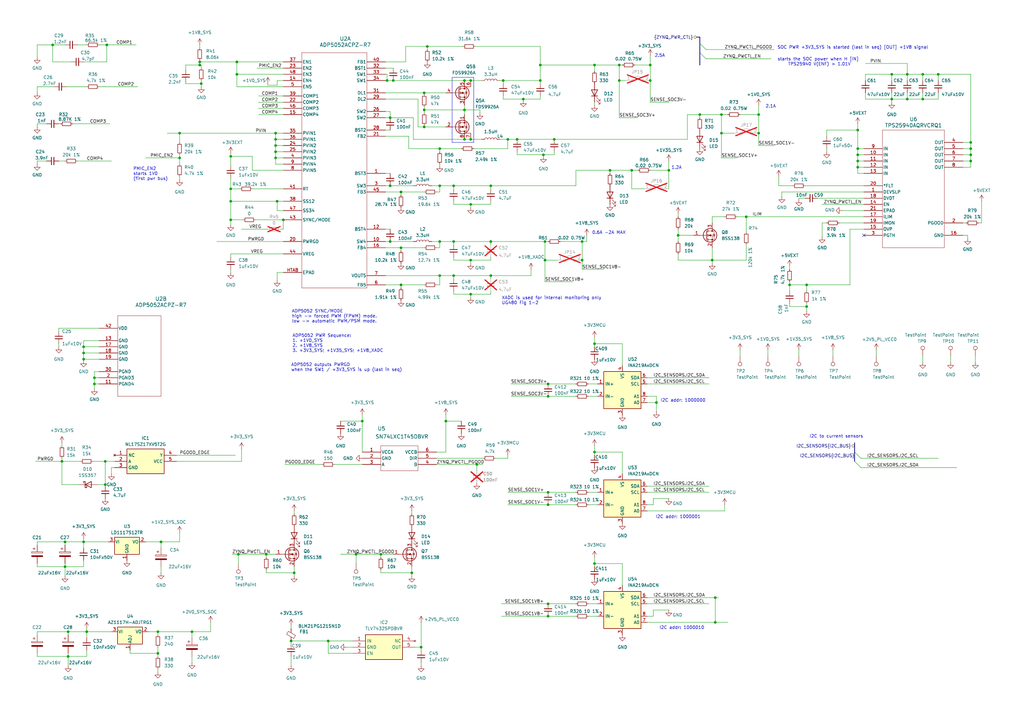
<source format=kicad_sch>
(kicad_sch (version 20250114) (generator "eeschema") (generator_version "9.0")
  (paper "A3")
  (title_block (title "NASR-M") (date "2025-09-26") (rev "D 0.9.4") (company "electrodyssey.net") (comment 1 "SOC PDN") (comment 2 "(c) Nazim 2025") (comment 3 "Author: Nazim Aghabayov") (comment 4 "SYZYGY Carrier Mainboard") (comment 5 "rel: Fletched Bustard"))
  (text "XADC is used for internal monitoring only\nUG480 Fig 1-2" (at 205.74 125.095 0) (effects (font (size 1.27 1.27)) (justify left bottom)))
  (text "0.6A -2A MAX" (at 242.824 96.266 0) (effects (font (size 1.27 1.27)) (justify left bottom)))
  (text "PMIC_EN2\nstarts 1V0\n(first pwr bus)" (at 54.61 71.374 0) (effects (font (size 1.27 1.27)) (justify left)))
  (text "I2C addr: 1000000" (at 280.162 164.338 0) (effects (font (size 1.27 1.27))))
  (text "ADP5052 SYNC/MODE \nhigh -> forced PWM (FPWM) mode.\nlow -> automatic PWM/PSM mode." (at 119.634 132.588 0) (effects (font (size 1.27 1.27)) (justify left bottom)))
  (text "2.5A" (at 268.478 23.622 0) (effects (font (size 1.27 1.27)) (justify left bottom)))
  (text "I2C addr: 1000001" (at 278.13 212.09 0) (effects (font (size 1.27 1.27))))
  (text "1.2A" (at 275.336 69.596 0) (effects (font (size 1.27 1.27)) (justify left bottom)))
  (text "I2C to current sensors" (at 331.978 179.07 0) (effects (font (size 1.27 1.27)) (justify left)))
  (text "SOC PWR +3V3_SYS is started (last in seq) [OUT] +1V8 signal\n" (at 349.758 19.558 0) (effects (font (size 1.27 1.27))))
  (text "2.1A" (at 313.944 44.45 0) (effects (font (size 1.27 1.27)) (justify left bottom)))
  (text "ADP5052 PWR Sequence:\n1. +1V0_SYS\n2. +1V8_SYS\n3. +3V3_SYS; +1V35_SYS; +1V8_XADC\n" (at 119.888 140.843 0) (effects (font (size 1.27 1.27)) (justify left)))
  (text "I2C addr: 1000010" (at 279.654 257.556 0) (effects (font (size 1.27 1.27))))
  (text "starts the SOC power when H [IN] \nTPS25940 V(ENF) > 1.01V" (at 336.042 25.4 0) (effects (font (size 1.27 1.27))))
  (text "ADP5052 outputs PWRGD\nwhen the SW1 / +3V3_SYS is up (last in seq)\n" (at 119.38 150.749 0) (effects (font (size 1.27 1.27)) (justify left)))
  (junction (at 351.79 68.58))
  (junction (at 398.145 58.42))
  (junction (at 224.79 162.56))
  (junction (at 295.91 54.61))
  (junction (at 330.835 125.73))
  (junction (at 378.46 40.64))
  (junction (at 94.615 82.55))
  (junction (at 156.21 227.33))
  (junction (at 254 33.02))
  (junction (at 221.615 33.02))
  (junction (at 306.07 88.9))
  (junction (at 311.15 46.99))
  (junction (at 81.915 26.67))
  (junction (at 243.84 231.14))
  (junction (at 351.79 53.34))
  (junction (at 250.19 69.85))
  (junction (at 27.94 259.08))
  (junction (at 94.615 64.135))
  (junction (at 38.735 154.94))
  (junction (at 180.34 60.96))
  (junction (at 134.62 262.89))
  (junction (at 224.79 247.65))
  (junction (at 201.295 99.06))
  (junction (at 365.76 30.48))
  (junction (at 64.77 259.08))
  (junction (at 34.29 147.32))
  (junction (at 214.63 40.64))
  (junction (at 120.65 234.95))
  (junction (at 82.55 34.29))
  (junction (at 293.37 245.11))
  (junction (at 351.79 60.96))
  (junction (at 208.28 57.15))
  (junction (at 26.67 222.25))
  (junction (at 182.88 172.72))
  (junction (at 292.1 106.68))
  (junction (at 295.91 46.99))
  (junction (at 180.34 76.2))
  (junction (at 206.375 33.02))
  (junction (at 287.02 46.99))
  (junction (at 224.79 201.93))
  (junction (at 73.66 64.77))
  (junction (at 173.99 52.07))
  (junction (at 201.295 113.03))
  (junction (at 172.72 265.43))
  (junction (at 81.915 25.4))
  (junction (at 180.34 99.06))
  (junction (at 193.04 57.15))
  (junction (at 64.77 267.97))
  (junction (at 224.79 157.48))
  (junction (at 293.37 255.27))
  (junction (at 73.66 54.61))
  (junction (at 160.02 76.2))
  (junction (at 34.29 144.78))
  (junction (at 173.99 38.1))
  (junction (at 66.04 222.25))
  (junction (at 222.885 63.5))
  (junction (at 269.24 165.1))
  (junction (at 113.03 59.69))
  (junction (at 223.52 106.68))
  (junction (at 113.03 57.15))
  (junction (at 109.22 227.33))
  (junction (at 97.79 227.33))
  (junction (at 27.94 269.24))
  (junction (at 148.59 172.72))
  (junction (at 175.26 19.05))
  (junction (at 43.18 189.23))
  (junction (at 398.145 60.96))
  (junction (at 221.615 26.67))
  (junction (at 25.4 189.23))
  (junction (at 35.56 259.08))
  (junction (at 164.465 78.74))
  (junction (at 243.84 26.67))
  (junction (at 311.15 54.61))
  (junction (at 372.11 40.64))
  (junction (at 186.055 99.06))
  (junction (at 113.03 54.61))
  (junction (at 168.91 234.95))
  (junction (at 97.155 30.48))
  (junction (at 26.67 232.41))
  (junction (at 161.29 33.02))
  (junction (at 223.52 99.06))
  (junction (at 97.155 25.4))
  (junction (at 193.04 120.65))
  (junction (at 160.02 48.26))
  (junction (at 186.055 113.03))
  (junction (at 164.465 101.6))
  (junction (at 227.33 57.15))
  (junction (at 398.145 66.04))
  (junction (at 113.03 62.23))
  (junction (at 193.04 106.68))
  (junction (at 254 26.67))
  (junction (at 158.75 33.02))
  (junction (at 160.02 99.06))
  (junction (at 365.76 40.64))
  (junction (at 266.7 26.67))
  (junction (at 330.835 116.84))
  (junction (at 243.84 140.97))
  (junction (at 173.99 45.085))
  (junction (at 43.18 198.755))
  (junction (at 378.46 30.48))
  (junction (at 190.5 33.02))
  (junction (at 38.735 157.48))
  (junction (at 224.79 207.01))
  (junction (at 119.38 262.89))
  (junction (at 78.74 259.08))
  (junction (at 278.13 96.52))
  (junction (at 94.615 90.17))
  (junction (at 34.29 222.25))
  (junction (at 212.09 57.15))
  (junction (at 180.34 113.03))
  (junction (at 116.205 90.17))
  (junction (at 193.04 83.82))
  (junction (at 398.145 63.5))
  (junction (at 243.84 185.42))
  (junction (at 94.615 77.47))
  (junction (at 224.79 252.73))
  (junction (at 190.5 45.085))
  (junction (at 323.85 116.84))
  (junction (at 113.03 64.77))
  (junction (at 195.58 190.5))
  (junction (at 186.055 76.2))
  (junction (at 259.08 69.85))
  (junction (at 21.59 18.415))
  (junction (at 274.32 69.85))
  (junction (at 43.815 18.415))
  (junction (at 193.04 33.02))
  (junction (at 266.7 33.02))
  (junction (at 146.05 227.33))
  (junction (at 384.81 30.48))
  (junction (at 238.76 106.68))
  (junction (at 190.5 57.15))
  (junction (at 201.295 76.2))
  (junction (at 351.79 66.04))
  (junction (at 238.76 99.06))
  (junction (at 113.665 82.55))
  (junction (at 34.29 142.24))
  (junction (at 164.465 116.84))
  (junction (at 351.79 63.5))
  (junction (at 372.11 30.48))
  (no_connect (at 354.33 96.52))
  (bus_entry (at 350.52 185.42) (size 2.54 2.54))
  (bus_entry (at 287.02 21.59) (size 2.54 2.54))
  (bus_entry (at 287.02 17.78) (size 2.54 2.54))
  (bus_entry (at 350.52 189.23) (size 2.54 2.54))
  (wire (pts (xy 335.28 81.28) (xy 354.33 81.28)))
  (wire (pts (xy 76.2 33.655) (xy 76.2 34.29)))
  (wire (pts (xy 158.115 33.02) (xy 158.75 33.02)))
  (wire (pts (xy 94.615 82.55) (xy 113.665 82.55)))
  (wire (pts (xy 104.775 90.17) (xy 116.205 90.17)))
  (wire (pts (xy 109.22 234.95) (xy 120.65 234.95)))
  (wire (pts (xy 116.205 111.76) (xy 113.665 111.76)))
  (wire (pts (xy 267.97 250.19) (xy 267.97 252.73)))
  (wire (pts (xy 94.615 73.025) (xy 94.615 77.47)))
  (wire (pts (xy 278.13 106.68) (xy 292.1 106.68)))
  (wire (pts (xy 116.205 35.56) (xy 97.155 35.56)))
  (wire (pts (xy 158.115 55.88) (xy 167.64 55.88)))
  (wire (pts (xy 171.45 52.07) (xy 173.99 52.07)))
  (wire (pts (xy 158.75 30.48) (xy 158.75 33.02)))
  (wire (pts (xy 158.115 25.4) (xy 166.37 25.4)))
  (wire (pts (xy 164.465 101.6) (xy 164.465 102.87)))
  (wire (pts (xy 97.79 227.33) (xy 109.22 227.33)))
  (wire (pts (xy 311.15 54.61) (xy 311.15 59.69)))
  (wire (pts (xy 173.99 38.1) (xy 173.99 38.735)))
  (wire (pts (xy 60.96 259.08) (xy 64.77 259.08)))
  (wire (pts (xy 43.18 189.23) (xy 46.99 189.23)))
  (wire (pts (xy 274.32 250.19) (xy 267.97 250.19)))
  (wire (pts (xy 158.115 71.12) (xy 160.02 71.12)))
  (wire (pts (xy 113.03 64.77) (xy 113.03 67.31)))
  (wire (pts (xy 15.24 231.14) (xy 15.24 232.41)))
  (wire (pts (xy 113.03 64.77) (xy 116.205 64.77)))
  (wire (pts (xy 180.34 113.03) (xy 158.115 113.03)))
  (wire (pts (xy 208.28 207.01) (xy 224.79 207.01)))
  (wire (pts (xy 59.69 64.77) (xy 73.66 64.77)))
  (wire (pts (xy 169.545 48.26) (xy 169.545 57.15)))
  (wire (pts (xy 243.84 43.18) (xy 243.84 41.91)))
  (wire (pts (xy 59.69 222.25) (xy 66.04 222.25)))
  (wire (pts (xy 94.615 92.075) (xy 94.615 90.17)))
  (wire (pts (xy 156.21 227.33) (xy 156.21 228.6)))
  (wire (pts (xy 269.24 162.56) (xy 269.24 165.1)))
  (wire (pts (xy 265.43 209.55) (xy 297.18 209.55)))
  (wire (pts (xy 250.19 69.85) (xy 259.08 69.85)))
  (wire (pts (xy 82.55 34.29) (xy 76.2 34.29)))
  (wire (pts (xy 287.02 46.99) (xy 281.94 46.99)))
  (wire (pts (xy 109.22 233.68) (xy 109.22 234.95)))
  (wire (pts (xy 186.055 83.82) (xy 186.055 82.55)))
  (wire (pts (xy 190.5 43.18) (xy 190.5 45.085)))
  (wire (pts (xy 186.055 106.68) (xy 186.055 105.41)))
  (polyline (pts (xy 185.42 31.75) (xy 194.31 31.75)))
  (wire (pts (xy 195.58 190.5) (xy 195.58 193.04)))
  (wire (pts (xy 27.94 269.24) (xy 27.94 267.97)))
  (wire (pts (xy 236.22 69.85) (xy 250.19 69.85)))
  (wire (pts (xy 243.84 26.67) (xy 254 26.67)))
  (wire (pts (xy 238.76 106.68) (xy 238.76 110.49)))
  (wire (pts (xy 15.24 35.56) (xy 15.24 38.1)))
  (wire (pts (xy 82.55 27.94) (xy 82.55 26.67)))
  (wire (pts (xy 203.2 187.96) (xy 208.28 187.96)))
  (wire (pts (xy 186.055 83.82) (xy 193.04 83.82)))
  (wire (pts (xy 222.885 64.135) (xy 222.885 63.5)))
  (wire (pts (xy 227.33 57.15) (xy 281.94 57.15)))
  (wire (pts (xy 221.615 26.67) (xy 243.84 26.67)))
  (wire (pts (xy 120.65 234.95) (xy 120.65 232.41)))
  (wire (pts (xy 243.84 231.14) (xy 243.84 232.41)))
  (wire (pts (xy 25.4 198.755) (xy 25.4 189.23)))
  (wire (pts (xy 254 26.67) (xy 255.27 26.67)))
  (wire (pts (xy 166.37 19.05) (xy 175.26 19.05)))
  (wire (pts (xy 146.05 227.33) (xy 156.21 227.33)))
  (wire (pts (xy 113.03 59.69) (xy 113.03 62.23)))
  (wire (pts (xy 238.76 99.06) (xy 240.665 99.06)))
  (wire (pts (xy 265.43 201.93) (xy 290.83 201.93)))
  (wire (pts (xy 113.665 86.36) (xy 113.665 82.55)))
  (wire (pts (xy 156.21 233.68) (xy 156.21 234.95)))
  (wire (pts (xy 109.22 227.33) (xy 113.03 227.33)))
  (wire (pts (xy 201.295 82.55) (xy 201.295 83.82)))
  (wire (pts (xy 323.85 124.46) (xy 323.85 125.73)))
  (wire (pts (xy 116.205 30.48) (xy 97.155 30.48)))
  (wire (pts (xy 339.09 55.88) (xy 339.09 53.34)))
  (wire (pts (xy 238.76 106.68) (xy 238.76 99.06)))
  (wire (pts (xy 34.29 220.98) (xy 34.29 222.25)))
  (wire (pts (xy 35.56 259.08) (xy 45.72 259.08)))
  (wire (pts (xy 353.06 191.77) (xy 392.43 191.77)))
  (wire (pts (xy 113.03 57.15) (xy 116.205 57.15)))
  (wire (pts (xy 24.13 140.97) (xy 24.13 142.24)))
  (wire (pts (xy 34.29 25.4) (xy 43.815 25.4)))
  (wire (pts (xy 351.79 50.8) (xy 351.79 53.34)))
  (wire (pts (xy 394.97 58.42) (xy 398.145 58.42)))
  (wire (pts (xy 339.09 53.34) (xy 351.79 53.34)))
  (wire (pts (xy 243.84 26.67) (xy 243.84 29.21)))
  (wire (pts (xy 339.09 91.44) (xy 337.185 91.44)))
  (wire (pts (xy 186.055 120.65) (xy 193.04 120.65)))
  (wire (pts (xy 330.2 76.2) (xy 354.33 76.2)))
  (wire (pts (xy 398.145 68.58) (xy 398.145 66.04)))
  (wire (pts (xy 205.105 57.15) (xy 208.28 57.15)))
  (wire (pts (xy 193.04 121.92) (xy 193.04 120.65)))
  (wire (pts (xy 97.155 30.48) (xy 97.155 25.4)))
  (wire (pts (xy 180.34 99.06) (xy 186.055 99.06)))
  (wire (pts (xy 38.735 154.94) (xy 38.735 157.48)))
  (wire (pts (xy 353.06 187.96) (xy 384.81 187.96)))
  (wire (pts (xy 106.045 39.37) (xy 116.205 39.37)))
  (wire (pts (xy 38.735 152.4) (xy 38.735 154.94)))
  (wire (pts (xy 15.24 267.97) (xy 15.24 269.24)))
  (wire (pts (xy 201.295 113.03) (xy 217.805 113.03)))
  (wire (pts (xy 179.07 187.96) (xy 198.12 187.96)))
  (wire (pts (xy 384.81 30.48) (xy 384.81 33.02)))
  (wire (pts (xy 27.94 259.08) (xy 27.94 260.35)))
  (wire (pts (xy 212.09 63.5) (xy 212.09 62.23)))
  (wire (pts (xy 240.665 99.06) (xy 240.665 96.52)))
  (wire (pts (xy 40.64 18.415) (xy 43.815 18.415)))
  (wire (pts (xy 177.165 76.2) (xy 180.34 76.2)))
  (wire (pts (xy 95.25 227.33) (xy 97.79 227.33)))
  (wire (pts (xy 66.04 222.25) (xy 73.66 222.25)))
  (wire (pts (xy 327.66 81.28) (xy 327.66 81.915)))
  (wire (pts (xy 34.29 144.78) (xy 40.64 144.78)))
  (wire (pts (xy 190.5 45.085) (xy 196.85 45.085)))
  (wire (pts (xy 173.99 52.07) (xy 182.88 52.07)))
  (wire (pts (xy 175.26 19.05) (xy 175.26 20.32)))
  (wire (pts (xy 243.84 228.6) (xy 243.84 231.14)))
  (wire (pts (xy 27.305 35.56) (xy 35.56 35.56)))
  (wire (pts (xy 267.97 204.47) (xy 267.97 207.01)))
  (wire (pts (xy 173.99 45.085) (xy 190.5 45.085)))
  (wire (pts (xy 113.665 34.925) (xy 109.855 34.925)))
  (wire (pts (xy 186.055 99.06) (xy 201.295 99.06)))
  (wire (pts (xy 330.835 116.84) (xy 348.615 116.84)))
  (wire (pts (xy 158.115 93.98) (xy 160.02 93.98)))
  (wire (pts (xy 206.375 33.02) (xy 206.375 34.29)))
  (wire (pts (xy 179.07 190.5) (xy 195.58 190.5)))
  (wire (pts (xy 398.145 60.96) (xy 398.145 58.42)))
  (wire (pts (xy 378.46 30.48) (xy 384.81 30.48)))
  (wire (pts (xy 139.7 172.72) (xy 148.59 172.72)))
  (wire (pts (xy 266.7 41.91) (xy 274.32 41.91)))
  (wire (pts (xy 186.055 99.06) (xy 186.055 100.33)))
  (wire (pts (xy 81.915 25.4) (xy 81.915 26.67)))
  (wire (pts (xy 365.76 40.64) (xy 365.76 41.91)))
  (wire (pts (xy 40.64 35.56) (xy 56.515 35.56)))
  (wire (pts (xy 45.72 191.77) (xy 45.72 194.31)))
  (wire (pts (xy 260.35 26.67) (xy 266.7 26.67)))
  (wire (pts (xy 267.97 252.73) (xy 265.43 252.73)))
  (wire (pts (xy 31.75 18.415) (xy 35.56 18.415)))
  (wire (pts (xy 265.43 199.39) (xy 290.83 199.39)))
  (wire (pts (xy 34.29 144.78) (xy 34.29 147.32)))
  (wire (pts (xy 293.37 245.11) (xy 294.64 245.11)))
  (wire (pts (xy 53.34 267.97) (xy 64.77 267.97)))
  (wire (pts (xy 15.24 222.25) (xy 26.67 222.25)))
  (wire (pts (xy 327.66 81.28) (xy 330.2 81.28)))
  (wire (pts (xy 394.97 68.58) (xy 398.145 68.58)))
  (wire (pts (xy 398.145 30.48) (xy 398.145 58.42)))
  (wire (pts (xy 281.94 46.99) (xy 281.94 57.15)))
  (wire (pts (xy 29.845 50.8) (xy 45.085 50.8)))
  (wire (pts (xy 15.24 66.04) (xy 15.24 67.31)))
  (wire (pts (xy 400.05 148.59) (xy 400.05 146.05)))
  (wire (pts (xy 267.97 207.01) (xy 265.43 207.01)))
  (wire (pts (xy 113.665 111.76) (xy 113.665 114.935)))
  (wire (pts (xy 82.55 34.29) (xy 82.55 35.56)))
  (wire (pts (xy 97.79 227.33) (xy 97.79 231.14)))
  (wire (pts (xy 113.665 33.02) (xy 113.665 34.925)))
  (wire (pts (xy 274.32 77.47) (xy 274.32 69.85)))
  (wire (pts (xy 193.04 107.95) (xy 193.04 106.68)))
  (wire (pts (xy 34.29 147.955) (xy 34.29 147.32)))
  (wire (pts (xy 180.34 67.945) (xy 180.34 67.31)))
  (wire (pts (xy 186.055 76.2) (xy 186.055 77.47)))
  (wire (pts (xy 148.59 170.18) (xy 148.59 172.72)))
  (wire (pts (xy 201.295 99.06) (xy 223.52 99.06)))
  (wire (pts (xy 86.36 255.27) (xy 86.36 259.08)))
  (wire (pts (xy 148.59 172.72) (xy 148.59 185.42)))
  (wire (pts (xy 21.59 25.4) (xy 29.21 25.4)))
  (wire (pts (xy 351.79 53.34) (xy 351.79 60.96)))
  (wire (pts (xy 292.1 106.68) (xy 306.07 106.68)))
  (wire (pts (xy 223.52 99.06) (xy 224.79 99.06)))
  (wire (pts (xy 241.3 252.73) (xy 245.11 252.73)))
  (wire (pts (xy 15.24 260.35) (xy 15.24 259.08)))
  (wire (pts (xy 266.7 33.02) (xy 266.7 41.91)))
  (wire (pts (xy 384.81 38.1) (xy 384.81 40.64)))
  (wire (pts (xy 14.605 189.23) (xy 25.4 189.23)))
  (wire (pts (xy 201.295 113.03) (xy 186.055 113.03)))
  (wire (pts (xy 212.09 57.15) (xy 227.33 57.15)))
  (wire (pts (xy 265.43 165.1) (xy 269.24 165.1)))
  (wire (pts (xy 177.165 99.06) (xy 180.34 99.06)))
  (wire (pts (xy 278.13 104.14) (xy 278.13 106.68)))
  (wire (pts (xy 164.465 101.6) (xy 173.99 101.6)))
  (wire (pts (xy 15.24 269.24) (xy 27.94 269.24)))
  (wire (pts (xy 293.37 255.27) (xy 298.45 255.27)))
  (wire (pts (xy 76.2 26.67) (xy 81.915 26.67)))
  (wire (pts (xy 255.27 140.97) (xy 243.84 140.97)))
  (wire (pts (xy 402.59 91.44) (xy 401.32 91.44)))
  (wire (pts (xy 323.85 115.57) (xy 323.85 116.84)))
  (wire (pts (xy 81.915 18.415) (xy 81.915 19.685)))
  (wire (pts (xy 323.85 119.38) (xy 323.85 116.84)))
  (wire (pts (xy 255.27 149.86) (xy 255.27 140.97)))
  (wire (pts (xy 295.91 64.77) (xy 302.26 64.77)))
  (wire (pts (xy 372.11 26.035) (xy 372.11 30.48)))
  (wire (pts (xy 73.66 54.61) (xy 73.66 58.42)))
  (wire (pts (xy 24.13 66.04) (xy 26.67 66.04)))
  (wire (pts (xy 116.84 190.5) (xy 132.08 190.5)))
  (wire (pts (xy 15.24 50.8) (xy 19.05 50.8)))
  (wire (pts (xy 351.79 60.96) (xy 351.79 63.5)))
  (wire (pts (xy 81.915 25.4) (xy 97.155 25.4)))
  (wire (pts (xy 94.615 104.14) (xy 94.615 105.41)))
  (wire (pts (xy 224.79 157.48) (xy 236.22 157.48)))
  (wire (pts (xy 208.28 60.96) (xy 208.28 57.15)))
  (wire (pts (xy 319.405 72.39) (xy 319.405 76.2)))
  (wire (pts (xy 359.41 143.51) (xy 359.41 146.05)))
  (wire (pts (xy 158.115 99.06) (xy 160.02 99.06)))
  (wire (pts (xy 236.22 69.85) (xy 236.22 76.2)))
  (wire (pts (xy 186.055 113.03) (xy 180.34 113.03)))
  (wire (pts (xy 99.06 189.23) (xy 72.39 189.23)))
  (wire (pts (xy 298.45 46.99) (xy 295.91 46.99)))
  (wire (pts (xy 238.76 110.49) (xy 247.65 110.49)))
  (wire (pts (xy 119.38 269.24) (xy 119.38 273.05)))
  (wire (pts (xy 160.02 48.26) (xy 169.545 48.26)))
  (wire (pts (xy 173.99 45.085) (xy 173.99 46.355)))
  (wire (pts (xy 94.615 64.135) (xy 94.615 67.945)))
  (wire (pts (xy 168.91 209.55) (xy 168.91 210.82)))
  (wire (pts (xy 243.84 182.88) (xy 243.84 185.42)))
  (wire (pts (xy 169.545 57.15) (xy 190.5 57.15)))
  (polyline (pts (xy 194.31 31.75) (xy 194.31 58.42)))
  (wire (pts (xy 120.65 234.95) (xy 120.65 236.22)))
  (wire (pts (xy 372.11 30.48) (xy 372.11 33.02)))
  (wire (pts (xy 156.21 234.95) (xy 168.91 234.95)))
  (wire (pts (xy 186.055 120.65) (xy 186.055 119.38)))
  (wire (pts (xy 337.185 91.44) (xy 337.185 97.155)))
  (wire (pts (xy 323.85 116.84) (xy 330.835 116.84)))
  (wire (pts (xy 94.615 90.17) (xy 94.615 82.55)))
  (wire (pts (xy 179.07 101.6) (xy 180.34 101.6)))
  (wire (pts (xy 158.115 48.26) (xy 160.02 48.26)))
  (wire (pts (xy 161.29 33.02) (xy 190.5 33.02)))
  (wire (pts (xy 243.84 138.43) (xy 243.84 140.97)))
  (wire (pts (xy 31.75 66.04) (xy 45.72 66.04)))
  (bus (pts (xy 350.52 185.42) (xy 350.52 189.23)))
  (wire (pts (xy 134.62 267.97) (xy 144.78 267.97)))
  (wire (pts (xy 190.5 33.02) (xy 193.04 33.02)))
  (wire (pts (xy 221.615 39.37) (xy 221.615 40.64)))
  (wire (pts (xy 224.79 201.93) (xy 236.22 201.93)))
  (wire (pts (xy 351.79 68.58) (xy 354.33 68.58)))
  (wire (pts (xy 255.27 185.42) (xy 243.84 185.42)))
  (wire (pts (xy 398.145 63.5) (xy 398.145 60.96)))
  (wire (pts (xy 15.24 50.8) (xy 15.24 52.07)))
  (wire (pts (xy 158.115 30.48) (xy 158.75 30.48)))
  (wire (pts (xy 378.46 30.48) (xy 378.46 33.02)))
  (wire (pts (xy 378.46 40.64) (xy 384.81 40.64)))
  (wire (pts (xy 265.43 157.48) (xy 290.83 157.48)))
  (wire (pts (xy 167.64 60.96) (xy 180.34 60.96)))
  (wire (pts (xy 168.91 234.95) (xy 168.91 236.22)))
  (wire (pts (xy 201.295 105.41) (xy 201.295 106.68)))
  (wire (pts (xy 193.04 57.15) (xy 197.485 57.15)))
  (wire (pts (xy 64.77 267.97) (xy 64.77 269.24)))
  (wire (pts (xy 241.3 207.01) (xy 245.11 207.01)))
  (wire (pts (xy 160.02 99.06) (xy 169.545 99.06)))
  (wire (pts (xy 293.37 245.11) (xy 293.37 255.27)))
  (wire (pts (xy 158.115 78.74) (xy 164.465 78.74)))
  (wire (pts (xy 34.29 139.7) (xy 34.29 142.24)))
  (wire (pts (xy 53.34 267.97) (xy 53.34 266.7)))
  (wire (pts (xy 40.005 198.755) (xy 43.18 198.755)))
  (wire (pts (xy 300.99 54.61) (xy 295.91 54.61)))
  (polyline (pts (xy 194.31 58.42) (xy 185.42 58.42)))
  (wire (pts (xy 254 33.02) (xy 254 48.26)))
  (wire (pts (xy 21.59 18.415) (xy 26.67 18.415)))
  (wire (pts (xy 158.75 33.02) (xy 161.29 33.02)))
  (wire (pts (xy 180.34 76.2) (xy 186.055 76.2)))
  (wire (pts (xy 265.43 255.27) (xy 293.37 255.27)))
  (wire (pts (xy 229.87 99.06) (xy 238.76 99.06)))
  (wire (pts (xy 103.505 69.85) (xy 103.505 64.135)))
  (wire (pts (xy 330.835 125.73) (xy 330.835 127.635)))
  (wire (pts (xy 170.18 265.43) (xy 172.72 265.43)))
  (wire (pts (xy 73.66 72.39) (xy 73.66 73.66)))
  (wire (pts (xy 306.07 100.33) (xy 306.07 106.68)))
  (wire (pts (xy 208.28 57.15) (xy 212.09 57.15)))
  (wire (pts (xy 396.875 97.79) (xy 396.875 96.52)))
  (wire (pts (xy 43.815 18.415) (xy 55.88 18.415)))
  (wire (pts (xy 113.03 62.23) (xy 116.205 62.23)))
  (wire (pts (xy 167.64 55.88) (xy 167.64 60.96)))
  (polyline (pts (xy 185.42 31.75) (xy 185.42 58.42)))
  (wire (pts (xy 158.115 27.94) (xy 161.29 27.94)))
  (wire (pts (xy 278.13 96.52) (xy 278.13 99.06)))
  (wire (pts (xy 205.105 33.02) (xy 206.375 33.02)))
  (wire (pts (xy 64.77 274.32) (xy 64.77 275.59)))
  (wire (pts (xy 72.39 186.69) (xy 96.52 186.69)))
  (wire (pts (xy 265.43 247.65) (xy 290.83 247.65)))
  (wire (pts (xy 348.615 93.98) (xy 348.615 116.84)))
  (bus (pts (xy 287.02 17.78) (xy 287.02 21.59)))
  (wire (pts (xy 311.15 43.18) (xy 311.15 46.99)))
  (wire (pts (xy 137.16 190.5) (xy 148.59 190.5)))
  (wire (pts (xy 173.99 38.1) (xy 182.88 38.1)))
  (wire (pts (xy 303.53 143.51) (xy 303.53 146.05)))
  (wire (pts (xy 24.13 135.89) (xy 24.13 134.62)))
  (wire (pts (xy 142.24 265.43) (xy 144.78 265.43)))
  (wire (pts (xy 180.34 76.2) (xy 180.34 78.74)))
  (wire (pts (xy 224.79 207.01) (xy 236.22 207.01)))
  (wire (pts (xy 34.29 222.25) (xy 44.45 222.25)))
  (wire (pts (xy 158.115 101.6) (xy 164.465 101.6)))
  (wire (pts (xy 365.76 40.64) (xy 372.11 40.64)))
  (wire (pts (xy 35.56 269.24) (xy 35.56 266.7)))
  (wire (pts (xy 158.115 76.2) (xy 160.02 76.2)))
  (wire (pts (xy 134.62 262.89) (xy 134.62 267.97)))
  (wire (pts (xy 365.76 38.1) (xy 365.76 40.64)))
  (wire (pts (xy 351.79 63.5) (xy 351.79 66.04)))
  (wire (pts (xy 227.33 63.5) (xy 222.885 63.5)))
  (wire (pts (xy 241.3 157.48) (xy 245.11 157.48)))
  (wire (pts (xy 15.24 232.41) (xy 26.67 232.41)))
  (bus (pts (xy 287.02 21.59) (xy 287.02 26.67)))
  (wire (pts (xy 195.58 190.5) (xy 198.12 190.5)))
  (wire (pts (xy 173.99 51.435) (xy 173.99 52.07)))
  (wire (pts (xy 156.21 227.33) (xy 161.29 227.33)))
  (wire (pts (xy 68.58 54.61) (xy 73.66 54.61)))
  (wire (pts (xy 88.9 99.06) (xy 116.205 99.06)))
  (wire (pts (xy 186.055 76.2) (xy 201.295 76.2)))
  (wire (pts (xy 78.74 269.24) (xy 78.74 271.78)))
  (wire (pts (xy 224.79 162.56) (xy 236.22 162.56)))
  (wire (pts (xy 99.06 184.15) (xy 99.06 189.23)))
  (wire (pts (xy 190.5 45.085) (xy 190.5 46.99)))
  (wire (pts (xy 208.28 187.96) (xy 208.28 186.69)))
  (wire (pts (xy 212.09 63.5) (xy 222.885 63.5)))
  (wire (pts (xy 180.34 60.96) (xy 189.23 60.96)))
  (wire (pts (xy 193.04 106.68) (xy 201.295 106.68)))
  (wire (pts (xy 295.91 46.99) (xy 287.02 46.99)))
  (wire (pts (xy 15.24 18.415) (xy 21.59 18.415)))
  (wire (pts (xy 173.99 45.085) (xy 173.99 43.815)))
  (wire (pts (xy 180.34 60.96) (xy 180.34 62.23)))
  (wire (pts (xy 94.615 77.47) (xy 94.615 82.55)))
  (wire (pts (xy 73.66 64.77) (xy 73.66 67.31)))
  (wire (pts (xy 241.3 247.65) (xy 245.11 247.65)))
  (wire (pts (xy 38.735 157.48) (xy 38.735 159.385)))
  (wire (pts (xy 259.08 69.85) (xy 259.08 77.47)))
  (wire (pts (xy 236.22 76.2) (xy 201.295 76.2)))
  (wire (pts (xy 76.2 28.575) (xy 76.2 26.67)))
  (wire (pts (xy 223.52 99.06) (xy 223.52 106.68)))
  (wire (pts (xy 255.27 231.14) (xy 243.84 231.14)))
  (wire (pts (xy 221.615 40.64) (xy 214.63 40.64)))
  (wire (pts (xy 193.04 83.82) (xy 201.295 83.82)))
  (wire (pts (xy 265.43 245.11) (xy 293.37 245.11)))
  (wire (pts (xy 190.5 57.15) (xy 193.04 57.15)))
  (wire (pts (xy 394.97 63.5) (xy 398.145 63.5)))
  (wire (pts (xy 224.79 252.73) (xy 236.22 252.73)))
  (wire (pts (xy 354.33 93.98) (xy 348.615 93.98)))
  (wire (pts (xy 201.295 99.06) (xy 201.295 100.33)))
  (wire (pts (xy 330.835 124.46) (xy 330.835 125.73)))
  (wire (pts (xy 186.055 106.68) (xy 193.04 106.68)))
  (wire (pts (xy 113.03 62.23) (xy 113.03 64.77)))
  (wire (pts (xy 378.46 38.1) (xy 378.46 40.64)))
  (wire (pts (xy 209.55 157.48) (xy 224.79 157.48)))
  (wire (pts (xy 351.79 60.96) (xy 354.33 60.96)))
  (wire (pts (xy 206.375 40.64) (xy 206.375 39.37)))
  (wire (pts (xy 134.62 262.89) (xy 144.78 262.89)))
  (wire (pts (xy 34.29 142.24) (xy 40.64 142.24)))
  (wire (pts (xy 182.88 172.72) (xy 189.23 172.72)))
  (wire (pts (xy 15.24 66.04) (xy 19.05 66.04)))
  (wire (pts (xy 254 26.67) (xy 254 33.02)))
  (wire (pts (xy 94.615 62.865) (xy 94.615 64.135)))
  (wire (pts (xy 259.08 69.85) (xy 261.62 69.85)))
  (wire (pts (xy 186.055 113.03) (xy 186.055 114.3)))
  (wire (pts (xy 354.33 86.36) (xy 345.44 86.36)))
  (wire (pts (xy 116.205 86.36) (xy 113.665 86.36)))
  (wire (pts (xy 209.55 162.56) (xy 224.79 162.56)))
  (wire (pts (xy 34.29 142.24) (xy 34.29 144.78)))
  (wire (pts (xy 402.59 82.55) (xy 402.59 91.44)))
  (wire (pts (xy 73.66 63.5) (xy 73.66 64.77)))
  (wire (pts (xy 172.72 265.43) (xy 172.72 266.7)))
  (wire (pts (xy 354.965 26.035) (xy 372.11 26.035)))
  (wire (pts (xy 201.295 113.03) (xy 201.295 114.3)))
  (wire (pts (xy 208.28 201.93) (xy 224.79 201.93)))
  (wire (pts (xy 171.45 40.64) (xy 171.45 52.07)))
  (wire (pts (xy 327.66 143.51) (xy 327.66 146.05)))
  (wire (pts (xy 344.17 91.44) (xy 354.33 91.44)))
  (wire (pts (xy 295.91 54.61) (xy 295.91 46.99)))
  (wire (pts (xy 164.465 78.74) (xy 164.465 80.01)))
  (wire (pts (xy 311.15 54.61) (xy 311.15 46.99)))
  (wire (pts (xy 172.72 255.27) (xy 172.72 265.43)))
  (wire (pts (xy 306.07 88.9) (xy 354.33 88.9)))
  (wire (pts (xy 116.205 93.98) (xy 116.205 90.17)))
  (wire (pts (xy 116.205 82.55) (xy 113.665 82.55)))
  (wire (pts (xy 160.02 76.2) (xy 169.545 76.2)))
  (wire (pts (xy 351.79 66.04) (xy 351.79 68.58)))
  (wire (pts (xy 396.875 96.52) (xy 394.97 96.52)))
  (wire (pts (xy 206.375 33.02) (xy 221.615 33.02)))
  (bus (pts (xy 285.75 15.24) (xy 287.02 15.24)))
  (wire (pts (xy 116.205 104.14) (xy 94.615 104.14)))
  (wire (pts (xy 99.06 93.98) (xy 109.855 93.98)))
  (wire (pts (xy 214.63 40.64) (xy 206.375 40.64)))
  (wire (pts (xy 26.67 222.25) (xy 26.67 223.52)))
  (wire (pts (xy 119.38 262.89) (xy 119.38 264.16)))
  (wire (pts (xy 398.145 66.04) (xy 398.145 63.5)))
  (bus (pts (xy 350.52 181.61) (xy 350.52 185.42)))
  (wire (pts (xy 264.16 77.47) (xy 259.08 77.47)))
  (wire (pts (xy 78.74 259.08) (xy 86.36 259.08)))
  (wire (pts (xy 289.56 20.32) (xy 317.5 20.32)))
  (wire (pts (xy 106.045 41.91) (xy 116.205 41.91)))
  (wire (pts (xy 94.615 90.17) (xy 99.695 90.17)))
  (wire (pts (xy 120.65 223.52) (xy 120.65 222.25)))
  (wire (pts (xy 103.505 64.135) (xy 94.615 64.135)))
  (wire (pts (xy 243.84 140.97) (xy 243.84 142.24)))
  (wire (pts (xy 66.04 232.41) (xy 66.04 234.95)))
  (wire (pts (xy 241.3 201.93) (xy 245.11 201.93)))
  (wire (pts (xy 179.07 116.84) (xy 180.34 116.84)))
  (wire (pts (xy 38.735 157.48) (xy 40.64 157.48)))
  (wire (pts (xy 82.55 33.02) (xy 82.55 34.29)))
  (wire (pts (xy 113.03 54.61) (xy 113.03 57.15)))
  (wire (pts (xy 106.045 46.99) (xy 116.205 46.99)))
  (wire (pts (xy 24.13 134.62) (xy 40.64 134.62)))
  (wire (pts (xy 201.295 119.38) (xy 201.295 120.65)))
  (wire (pts (xy 223.52 115.57) (xy 234.95 115.57)))
  (wire (pts (xy 27.94 273.05) (xy 27.94 269.24)))
  (wire (pts (xy 94.615 111.76) (xy 94.615 110.49)))
  (wire (pts (xy 182.88 185.42) (xy 179.07 185.42)))
  (wire (pts (xy 81.915 26.67) (xy 82.55 26.67)))
  (wire (pts (xy 98.425 77.47) (xy 94.615 77.47)))
  (wire (pts (xy 26.67 232.41) (xy 34.29 232.41)))
  (wire (pts (xy 372.11 30.48) (xy 378.46 30.48)))
  (wire (pts (xy 193.04 85.09) (xy 193.04 83.82)))
  (wire (pts (xy 34.29 147.32) (xy 40.64 147.32)))
  (wire (pts (xy 175.26 19.05) (xy 189.865 19.05)))
  (wire (pts (xy 113.03 57.15) (xy 113.03 59.69)))
  (wire (pts (xy 297.18 88.9) (xy 292.1 88.9)))
  (wire (pts (xy 119.38 262.89) (xy 134.62 262.89)))
  (wire (pts (xy 158.115 38.1) (xy 173.99 38.1)))
  (wire (pts (xy 372.11 38.1) (xy 372.11 40.64)))
  (wire (pts (xy 180.34 113.03) (xy 180.34 116.84)))
  (wire (pts (xy 46.99 191.77) (xy 45.72 191.77)))
  (wire (pts (xy 66.04 222.25) (xy 66.04 224.79)))
  (wire (pts (xy 158.115 45.72) (xy 160.02 45.72)))
  (wire (pts (xy 227.33 62.23) (xy 227.33 63.5)))
  (wire (pts (xy 372.11 30.48) (xy 365.76 30.48)))
  (wire (pts (xy 35.56 259.08) (xy 35.56 261.62)))
  (wire (pts (xy 172.72 271.78) (xy 172.72 273.05)))
  (wire (pts (xy 297.18 207.01) (xy 297.18 209.55)))
  (wire (pts (xy 337.185 83.82) (xy 354.33 83.82)))
  (wire (pts (xy 389.89 148.59) (xy 389.89 146.05)))
  (wire (pts (xy 221.615 26.67) (xy 221.615 33.02)))
  (wire (pts (xy 217.805 113.03) (xy 217.805 110.49)))
  (wire (pts (xy 278.13 96.52) (xy 284.48 96.52)))
  (wire (pts (xy 64.77 259.08) (xy 78.74 259.08)))
  (wire (pts (xy 34.29 232.41) (xy 34.29 229.87)))
  (wire (pts (xy 351.79 66.04) (xy 354.33 66.04)))
  (wire (pts (xy 64.77 265.43) (xy 64.77 267.97)))
  (wire (pts (xy 255.27 194.31) (xy 255.27 185.42)))
  (wire (pts (xy 81.915 24.765) (xy 81.915 25.4)))
  (wire (pts (xy 113.03 67.31) (xy 116.205 67.31)))
  (wire (pts (xy 40.64 152.4) (xy 38.735 152.4)))
  (wire (pts (xy 158.115 116.84) (xy 164.465 116.84)))
  (wire (pts (xy 306.07 88.9) (xy 306.07 95.25)))
  (wire (pts (xy 119.38 257.81) (xy 119.38 256.54)))
  (wire (pts (xy 64.77 259.08) (xy 64.77 260.35)))
  (wire (pts (xy 266.7 69.85) (xy 274.32 69.85)))
  (wire (pts (xy 194.31 60.96) (xy 208.28 60.96)))
  (wire (pts (xy 372.11 40.64) (xy 378.46 40.64)))
  (wire (pts (xy 365.76 30.48) (xy 365.76 33.02)))
  (wire (pts (xy 351.79 68.58) (xy 351.79 71.12)))
  (wire (pts (xy 43.18 198.755) (xy 43.18 199.39)))
  (wire (pts (xy 265.43 154.94) (xy 290.83 154.94)))
  (wire (pts (xy 378.46 148.59) (xy 378.46 146.05)))
  (wire (pts (xy 292.1 88.9) (xy 292.1 91.44)))
  (wire (pts (xy 354.965 30.48) (xy 365.76 30.48)))
  (wire (pts (xy 15.24 18.415) (xy 15.24 23.495)))
  (wire (pts (xy 32.385 198.755) (xy 25.4 198.755)))
  (wire (pts (xy 351.79 63.5) (xy 354.33 63.5)))
  (wire (pts (xy 265.43 162.56) (xy 269.24 162.56)))
  (wire (pts (xy 221.615 33.02) (xy 221.615 34.29)))
  (wire (pts (xy 182.88 172.72) (xy 182.88 185.42)))
  (wire (pts (xy 164.465 116.84) (xy 164.465 118.11)))
  (wire (pts (xy 34.29 139.7) (xy 40.64 139.7)))
  (wire (pts (xy 354.33 78.74) (xy 320.675 78.74)))
  (wire (pts (xy 158.115 53.34) (xy 160.02 53.34)))
  (wire (pts (xy 26.67 231.14) (xy 26.67 232.41)))
  (wire (pts (xy 255.27 240.03) (xy 255.27 231.14)))
  (wire (pts (xy 287.02 46.99) (xy 287.02 48.26)))
  (wire (pts (xy 292.1 106.68) (xy 292.1 107.95)))
  (wire (pts (xy 166.37 19.05) (xy 166.37 25.4)))
  (wire (pts (xy 116.205 33.02) (xy 113.665 33.02)))
  (wire (pts (xy 278.13 93.98) (xy 278.13 96.52)))
  (wire (pts (xy 180.34 99.06) (xy 180.34 101.6)))
  (wire (pts (xy 196.85 46.355) (xy 196.85 45.085)))
  (wire (pts (xy 182.88 170.18) (xy 182.88 172.72)))
  (wire (pts (xy 109.855 34.925) (xy 109.855 34.29)))
  (wire (pts (xy 214.63 41.275) (xy 214.63 40.64)))
  (wire (pts (xy 168.91 223.52) (xy 168.91 222.25)))
  (wire (pts (xy 266.7 22.86) (xy 266.7 26.67)))
  (wire (pts (xy 201.295 76.2) (xy 201.295 77.47)))
  (wire (pts (xy 26.67 222.25) (xy 34.29 222.25)))
  (wire (pts (xy 33.02 189.23) (xy 25.4 189.23)))
  (wire (pts (xy 97.155 25.4) (xy 116.205 25.4)))
  (wire (pts (xy 179.07 78.74) (xy 180.34 78.74)))
  (wire (pts (xy 97.155 35.56) (xy 97.155 30.48)))
  (wire (pts (xy 27.94 259.08) (xy 35.56 259.08)))
  (wire (pts (xy 223.52 106.68) (xy 223.52 115.57)))
  (wire (pts (xy 120.65 209.55) (xy 120.65 210.82)))
  (wire (pts (xy 24.13 50.8) (xy 24.765 50.8)))
  (wire (pts (xy 354.965 30.48) (xy 354.965 33.02)))
  (wire (pts (xy 330.835 116.84) (xy 330.835 119.38)))
  (wire (pts (xy 354.965 40.64) (xy 365.76 40.64)))
  (wire (pts (xy 35.56 257.81) (xy 35.56 259.08)))
  (wire (pts (xy 160.02 45.72) (xy 160.02 48.26)))
  (wire (pts (xy 21.59 18.415) (xy 21.59 25.4)))
  (wire (pts (xy 193.04 33.02) (xy 197.485 33.02)))
  (wire (pts (xy 78.74 259.08) (xy 78.74 261.62)))
  (wire (pts (xy 106.045 44.45) (xy 116.205 44.45)))
  (wire (pts (xy 146.05 231.14) (xy 146.05 227.33)))
  (wire (pts (xy 224.79 247.65) (xy 236.22 247.65)))
  (wire (pts (xy 205.74 252.73) (xy 224.79 252.73)))
  (wire (pts (xy 205.74 247.65) (xy 224.79 247.65)))
  (wire (pts (xy 351.79 71.12) (xy 354.33 71.12)))
  (wire (pts (xy 26.67 236.22) (xy 26.67 232.41)))
  (wire (pts (xy 323.85 125.73) (xy 330.835 125.73)))
  (wire (pts (xy 73.66 54.61) (xy 113.03 54.61)))
  (wire (pts (xy 43.815 25.4) (xy 43.815 18.415)))
  (wire (pts (xy 15.24 259.08) (xy 27.94 259.08)))
  (wire (pts (xy 243.84 185.42) (xy 243.84 186.69)))
  (wire (pts (xy 303.53 46.99) (xy 311.15 46.99)))
  (wire (pts (xy 311.15 59.69) (xy 317.5 59.69)))
  (wire (pts (xy 254 48.26) (xy 261.62 48.26)))
  (wire (pts (xy 339.09 62.23) (xy 339.09 60.96)))
  (wire (pts (xy 295.91 54.61) (xy 295.91 64.77)))
  (wire (pts (xy 25.4 181.61) (xy 25.4 182.88)))
  (wire (pts (xy 15.24 35.56) (xy 22.225 35.56)))
  (wire (pts (xy 302.26 88.9) (xy 306.07 88.9)))
  (wire (pts (xy 354.965 40.64) (xy 354.965 38.1)))
  (wire (pts (xy 193.04 120.65) (xy 201.295 120.65)))
  (wire (pts (xy 398.145 30.48) (xy 384.81 30.48)))
  (wire (pts (xy 116.205 69.85) (xy 103.505 69.85)))
  (wire (pts (xy 194.945 19.05) (xy 221.615 19.05)))
  (wire (pts (xy 43.18 198.755) (xy 43.18 189.23)))
  (wire (pts (xy 158.115 40.64) (xy 171.45 40.64)))
  (wire (pts (xy 168.91 234.95) (xy 168.91 232.41)))
  (wire (pts (xy 394.97 66.04) (xy 398.145 66.04)))
  (wire (pts (xy 323.85 109.22) (xy 323.85 110.49)))
  (wire (pts (xy 241.3 162.56) (xy 245.11 162.56)))
  (bus (pts (xy 287.02 15.24) (xy 287.02 17.78)))
  (wire (pts (xy 250.19 69.85) (xy 250.19 71.12)))
  (wire (pts (xy 114.935 93.98) (xy 116.205 93.98)))
  (wire (pts (xy 319.405 76.2) (xy 325.12 76.2)))
  (wire (pts (xy 394.97 60.96) (xy 398.145 60.96)))
  (wire (pts (xy 292.1 101.6) (xy 292.1 106.68)))
  (wire (pts (xy 113.03 59.69) (xy 116.205 59.69)))
  (wire (pts (xy 274.32 69.85) (xy 274.32 66.04)))
  (wire (pts (xy 314.96 143.51) (xy 314.96 146.05)))
  (wire (pts (xy 274.32 204.47) (xy 267.97 204.47)))
  (wire (pts (xy 341.63 143.51) (xy 341.63 146.05)))
  (wire (pts (xy 164.465 116.84) (xy 173.99 116.84)))
  (wire (pts (xy 269.24 165.1) (xy 269.24 168.91)))
  (wire (pts (xy 221.615 19.05) (xy 221.615 26.67)))
  (wire (pts (xy 103.505 77.47) (xy 116.205 77.47)))
  (wire (pts (xy 15.24 223.52) (xy 15.24 222.25)))
  (wire (pts (xy 228.6 106.68) (xy 223.52 106.68)))
  (wire (pts (xy 73.66 218.44) (xy 73.66 222.25)))
  (wire (pts (xy 109.22 227.33) (xy 109.22 228.6)))
  (wire (pts (xy 254 33.02) (xy 256.54 33.02)))
  (wire (pts (xy 105.41 27.94) (xy 116.205 27.94)))
  (wire (pts (xy 38.735 154.94) (xy 40.64 154.94)))
  (wire (pts (xy 266.7 33.02) (xy 266.7 26.67)))
  (wire (pts (xy 278.13 87.63) (xy 278.13 88.9)))
  (wire (pts (xy 34.29 222.25) (xy 34.29 224.79)))
  (wire (pts (xy 394.97 91.44) (xy 396.24 91.44)))
  (wire (pts (xy 27.94 269.24) (xy 35.56 269.24)))
  (wire (pts (xy 320.675 78.74) (xy 320.675 80.645)))
  (wire (pts (xy 25.4 187.96) (xy 25.4 189.23)))
  (wire (pts (xy 113.03 54.61) (xy 116.205 54.61)))
  (wire (pts (xy 139.7 227.33) (xy 146.05 227.33)))
  (wire (pts (xy 164.465 78.74) (xy 173.99 78.74)))
  (wire (pts (xy 38.1 189.23) (xy 43.18 189.23)))
  (wire (pts (xy 289.56 24.13) (xy 316.23 24.13)))
  (label "SENSE_SOC1V+" (at 295.91 64.77 0))
  (label "I2C_SENSORS.I2C_SDA" (at 267.97 245.11 0))
  (label "SENSE_SOC1V+" (at 208.28 201.93 0))
  (label "COMP1" (at 107.315 39.37 0))
  (label "PWRGD" (at 101.6 99.06 0))
  (label "I2C_SENSORS.I2C_SCL" (at 267.97 157.48 0))
  (label "I2C_SENSORS{I2C_BUS}" (at 350.52 187.96 180))
  (label "COMP3" (at 107.315 44.45 0))
  (label "COMP4" (at 35.56 66.04 0))
  (label "I2C_SENSORS.I2C_SCL" (at 267.97 201.93 0))
  (label "SENSE_SOC3V+" (at 209.55 157.48 0))
  (label "ZYNQ_PWCTL_PGOOD" (at 142.24 227.33 0))
  (label "SENSE_SOC3V-" (at 209.55 162.56 0))
  (label "SENSE_SOC1V8-" (at 238.76 110.49 0))
  (label "COMP3" (at 36.83 50.8 0))
  (label "SENSE_SOC1V-" (at 208.28 207.01 0))
  (label "I2C_SENSORS.I2C_SCL" (at 267.97 247.65 0))
  (label "ZYNQ_PWCTL_EN" (at 337.82 83.82 0))
  (label "COMP2" (at 48.26 35.56 0))
  (label "PMIC_EN2" (at 61.595 64.77 0))
  (label "I2C_SENSORS.I2C_SCL" (at 355.6 187.96 0))
  (label "PWRGD" (at 15.24 189.23 0))
  (label "PVIN" (at 356.87 26.035 0))
  (label "SENSE_SOC1V-" (at 311.15 59.69 0))
  (label "VREG" (at 102.235 93.98 0))
  (label "I2C_SENSORS.I2C_SDA" (at 355.6 191.77 0))
  (label "PMIC_EN2" (at 106.045 27.94 0))
  (label "PGOOD_EDGE" (at 73.66 186.69 0))
  (label "PVIN" (at 104.775 54.61 0))
  (label "COMP2" (at 107.315 41.91 0))
  (label "COMP1" (at 47.625 18.415 0))
  (label "SENSE_SOC1V8-" (at 207.01 252.73 0))
  (label "ZYNQ_PWCTL_PGOOD" (at 297.18 20.32 0))
  (label "ILIM" (at 308.61 88.9 0))
  (label "SENSE_SOC1V8+" (at 223.52 115.57 0))
  (label "I2C_SENSORS.I2C_SDA" (at 267.97 154.94 0))
  (label "COMP4" (at 107.315 46.99 0))
  (label "ZYNQ_PWCTL_EN" (at 296.545 24.13 0))
  (label "SENSE_SOC3V-" (at 266.7 41.91 0))
  (label "VREG" (at 102.87 104.14 0))
  (label "ZYNQ_PWCTL_EN" (at 95.25 227.33 0))
  (label "SENSE_SOC1V8+" (at 207.01 247.65 0))
  (label "I2C_SENSORS.I2C_SDA" (at 267.97 199.39 0))
  (label "SENSE_SOC3V+" (at 254 48.26 0))
  (label "PGOOD_EDGE" (at 116.84 190.5 0))
  (label "ZYNQ_PWCTL_PGOOD" (at 179.07 190.5 0))
  (hierarchical_label "I2C_SENSORS{I2C_BUS}" (shape bidirectional) (at 350.52 182.88 180))
  (hierarchical_label "{ZYNQ_PWR_CTL}" (shape bidirectional) (at 285.75 15.24 180))
  (symbol (lib_id "Device:C_Small") (at 384.81 35.56 0) (unit 1)
    (property "Reference" "C65" (at 386.08 33.02 0) (effects (justify left)))
    (property "Value" "47uFx10V" (at 386.08 38.735 0) (effects (justify left)))
    (property "Footprint" "Capacitor_SMD:C_1210_3225Metric" (effects (hide yes)))
    (property "Description" "10V 47uF X7R ±10% 1210 Multilayer Ceramic Capacitors MLCC - SMD/SMT ROHS" (effects (hide yes)))
    (property "JLCPCB Part #" "C84494" (effects (hide yes)))
    (property "Part" "GRM32ER71A476KE15L" (effects (hide yes)))
  )
  (symbol (lib_name "GND_1") (lib_id "power:GND") (at 400.05 148.59 0) (unit 1)
    (property "Reference" "#PWR0124" (effects (hide yes)))
    (property "Value" "GND" (at 400.05 153.67 0))
    (property "Description" "Power symbol creates a global label with name \"GND\" , ground" (effects (hide yes)))
  )
  (symbol (lib_id "Device:R_Small") (at 306.07 97.79 180) (unit 1)
    (property "Reference" "R74" (at 306.959 93.599 0) (effects (justify right)))
    (property "Value" "120k 1%" (at 307.721 109.855 90) (effects (justify right)))
    (property "Footprint" "Resistor_SMD:R_0603_1608Metric" (effects (hide yes)))
    (property "JLCPCB Part #" "C25808" (effects (hide yes)))
    (property "Part" "0603WAF1203T5E" (effects (hide yes)))
  )
  (symbol (lib_id "power:GND") (at 64.77 275.59 0) (unit 1)
    (property "Reference" "#PWR080" (effects (hide yes)))
    (property "Value" "GND" (at 64.77 280.67 0))
    (property "Description" "Power symbol creates a global label with name \"GND\" , ground" (effects (hide yes)))
  )
  (symbol (lib_id "Device:L") (at 201.295 57.15 90) (unit 1)
    (property "Reference" "L4" (at 205.105 55.88 90))
    (property "Value" "1.5uH" (at 201.295 53.975 90))
    (property "Footprint" "pretty:L_SMNR3010" (effects (hide yes)))
    (property "JLCPCB Part #" "C135227" (effects (hide yes)))
    (property "Part" "SMNR3010-1R5MT" (effects (hide yes)))
  )
  (symbol (lib_id "Device:C_Small") (at 195.58 195.58 180) (unit 1) (dnp yes)
    (property "Reference" "C50" (at 198.12 194.3035 0) (effects (justify right)))
    (property "Value" "100nF" (at 198.12 196.8435 0) (effects (justify right)))
    (property "Footprint" "Capacitor_SMD:C_0402_1005Metric" (effects (hide yes)))
    (property "JLCPCB Part #" "C541465" (effects (hide yes)))
    (property "Part" "CC0402JRX7R8BB104" (effects (hide yes)))
  )
  (symbol (lib_id "Sensor_Energy:INA219AxDCN") (at 255.27 250.19 0) (unit 1)
    (property "Reference" "U54" (at 257.4133 237.49 0) (effects (justify left)))
    (property "Value" "INA219AxDCN" (at 257.4133 240.03 0) (effects (justify left)))
    (property "Footprint" "Package_TO_SOT_SMD:SOT-23-8" (effects (hide yes)))
    (property "Datasheet" "http://www.ti.com/lit/ds/symlink/ina219.pdf" (effects (hide yes)))
    (property "Description" "Zero-Drift, Bidirectional Current/Power Monitor (0-26V) With I2C Interface, SOT-23-8" (effects (hide yes)))
    (property "Part" "INA219AIDCNR" (effects (hide yes)))
    (property "JLCPCB Part #" "C87469" (effects (hide yes)))
  )
  (symbol (lib_id "Device:R_Small") (at 112.395 93.98 90) (unit 1) (dnp yes)
    (property "Reference" "R45" (at 112.395 88.9 90))
    (property "Value" "0" (at 112.395 91.44 90))
    (property "Footprint" "Resistor_SMD:R_0805_2012Metric" (effects (hide yes)))
    (property "JLCPCB Part #" "C2936632" (effects (hide yes)))
  )
  (symbol (lib_id "Device:C_Small") (at 43.18 201.93 0) (unit 1)
    (property "Reference" "C33" (at 46.355 200.6663 0) (effects (justify left)))
    (property "Value" "4.7uF" (at 46.355 203.2 0) (effects (justify left)))
    (property "Footprint" "Capacitor_SMD:C_1206_3216Metric" (effects (hide yes)))
    (property "JLCPCB Part #" "C415529" (effects (hide yes)))
  )
  (symbol (lib_id "power:GND") (at 45.72 194.31 0) (unit 1)
    (property "Reference" "#PWR078" (effects (hide yes)))
    (property "Value" "GND" (at 45.72 198.755 0))
  )
  (symbol (lib_id "Device:L") (at 173.355 76.2 90) (unit 1)
    (property "Reference" "L1" (at 173.355 71.12 90))
    (property "Value" "3.3uH" (at 173.355 73.66 90))
    (property "Footprint" "pretty:0412CDMCCDS" (effects (hide yes)))
    (property "JLCPCB Part #" "C2453260" (effects (hide yes)))
    (property "Part" "    0412CDMCCDS-3R3MC" (effects (hide yes)))
  )
  (symbol (lib_id "Device:R_Small") (at 73.66 69.85 0) (unit 1)
    (property "Reference" "R40" (at 75.565 68.58 0) (effects (justify left)))
    (property "Value" "4.7k 1%" (at 75.565 71.12 0) (effects (justify left)))
    (property "Footprint" "Resistor_SMD:R_0402_1005Metric" (effects (hide yes)))
    (property "JLCPCB Part #" "C25900" (effects (hide yes)))
    (property "Part" "0402WGF4701TCE" (effects (hide yes)))
  )
  (symbol (lib_id "Connector:TestPoint") (at 314.96 146.05 180) (unit 1)
    (property "Reference" "TP4" (at 313.436 152.146 0) (effects (justify right)))
    (property "Value" "TestPoint" (at 313.436 154.686 0) (effects (justify right)))
    (property "Footprint" "TestPoint:TestPoint_Pad_D1.0mm" (effects (hide yes)))
    (property "Description" "test point" (effects (hide yes)))
  )
  (symbol (lib_id "Device:R_Small") (at 73.66 60.96 0) (unit 1)
    (property "Reference" "R39" (at 75.565 59.69 0) (effects (justify left)))
    (property "Value" "20k 1%" (at 75.565 62.23 0) (effects (justify left)))
    (property "Footprint" "Resistor_SMD:R_0402_1005Metric" (effects (hide yes)))
    (property "Description" "-55℃~+155℃ 20kΩ 50V 62.5mW Thin Film Resistor ±0.5% ±50ppm/℃ 0402 Chip Resistor - Surface Mount ROHS" (effects (hide yes)))
    (property "JLCPCB Part #" "C705678" (effects (hide yes)))
    (property "Part" "RT0402DRE0720KL" (effects (hide yes)))
  )
  (symbol (lib_id "Device:C_Small") (at 378.46 35.56 0) (unit 1)
    (property "Reference" "C64" (at 379.095 33.02 0) (effects (justify left)))
    (property "Value" "22uF" (at 379.095 38.735 0) (effects (justify left)))
    (property "Footprint" "Capacitor_SMD:C_0805_2012Metric" (effects (hide yes)))
    (property "Description" "22uF 6.3V X5R ±20% 0805 Multilayer Ceramic Capacitors MLCC - SMD/SMT ROHS" (effects (hide yes)))
    (property "Part" "CL21A226MQQNNNE" (effects (hide yes)))
    (property "JLCPCB Part #" "C5674" (effects (hide yes)))
  )
  (symbol (lib_id "GPWR3V3EXT:+3V3EXT") (at 94.615 62.865 0) (unit 1)
    (property "Reference" "#PWR3V3EXT06" (effects (hide yes)))
    (property "Value" "+3V3EXT" (at 95.25 58.42 0))
  )
  (symbol (lib_id "power:GND") (at 189.23 177.8 0) (unit 1)
    (property "Reference" "#PWR099" (effects (hide yes)))
    (property "Value" "GND" (at 189.23 182.88 0))
  )
  (symbol (lib_id "power:GND") (at 43.18 204.47 0) (unit 1)
    (property "Reference" "#PWR077" (effects (hide yes)))
    (property "Value" "GND" (at 43.18 208.915 0))
  )
  (symbol (lib_id "GPWR3V3SYS:+3V3SYS") (at 168.91 209.55 0) (unit 1)
    (property "Reference" "#PWR3V3SYS07" (effects (hide yes)))
    (property "Value" "+3V3_SYS" (at 168.91 204.47 0))
  )
  (symbol (lib_id "GPWR3V3SYS:+3V3SYS") (at 99.06 184.15 0) (unit 1)
    (property "Reference" "#PWR3V3SYS02" (effects (hide yes)))
    (property "Value" "+3V3_SYS" (at 99.06 179.07 0))
  )
  (symbol (lib_id "TPS25940A:TPS25940AQRVCRQ1") (at 354.33 60.96 0) (unit 1)
    (property "Reference" "U6" (at 374.65 48.895 0) (effects (font (size 1.524 1.524))))
    (property "Value" "TPS25940AQRVCRQ1" (at 374.65 51.435 0) (effects (font (size 1.524 1.524))))
    (property "Footprint" "pretty:RVC20_TEX" (effects (hide yes)))
    (property "Datasheet" "TPS25940AQRVCRQ1" (effects (hide yes)))
    (property "JLCPCB Part #" "C2155806" (effects (hide yes)))
  )
  (symbol (lib_id "Device:R_Small") (at 120.65 213.36 0) (unit 1)
    (property "Reference" "R62" (at 122.555 212.09 0) (effects (justify left)))
    (property "Value" "330" (at 122.555 214.63 0) (effects (justify left)))
    (property "Footprint" "Resistor_SMD:R_0402_1005Metric" (effects (hide yes)))
    (property "JLCPCB Part #" "C25104" (effects (hide yes)))
    (property "Part" "0402WGF3300TCE" (effects (hide yes)))
  )
  (symbol (lib_id "power:GND") (at 164.465 85.09 0) (unit 1)
    (property "Reference" "#PWR092" (effects (hide yes)))
    (property "Value" "GND" (at 168.275 86.995 0))
  )
  (symbol (lib_id "Device:C_Polarized") (at 66.04 228.6 0) (unit 1)
    (property "Reference" "C34" (at 69.596 225.552 0) (effects (justify left)))
    (property "Value" "22uFx16V" (at 69.088 232.41 0) (effects (justify left)))
    (property "Footprint" "Capacitor_Tantalum_SMD:CP_EIA-6032-15_Kemet-U" (effects (hide yes)))
    (property "Description" "-55℃~+125℃ 16V 22uF 350mΩ ±10% 2312 Tantalum Capacitors ROHS" (effects (hide yes)))
    (property "Part" "TR3C226K016C0350" (effects (hide yes)))
    (property "JLCPCB Part #" "C1954274" (effects (hide yes)))
  )
  (symbol (lib_id "power:GND") (at 250.19 83.82 0) (unit 1)
    (property "Reference" "#PWR0109" (effects (hide yes)))
    (property "Value" "GND" (at 250.19 88.265 0))
  )
  (symbol (lib_id "power:GND") (at 365.76 41.91 0) (unit 1)
    (property "Reference" "#PWR0120" (effects (hide yes)))
    (property "Value" "GND" (at 365.76 46.99 0))
  )
  (symbol (lib_id "Device:R_Small") (at 243.84 31.75 0) (unit 1)
    (property "Reference" "R63" (at 245.745 30.48 0) (effects (justify left)))
    (property "Value" "330" (at 245.745 33.02 0) (effects (justify left)))
    (property "Footprint" "Resistor_SMD:R_0402_1005Metric" (effects (hide yes)))
    (property "JLCPCB Part #" "C25104" (effects (hide yes)))
    (property "Part" "0402WGF3300TCE" (effects (hide yes)))
  )
  (symbol (lib_id "Device:C_Small") (at 94.615 70.485 0) (unit 1)
    (property "Reference" "C37" (at 97.79 69.2213 0) (effects (justify left)))
    (property "Value" "1uFx10V" (at 97.79 71.7613 0) (effects (justify left)))
    (property "Footprint" "Capacitor_SMD:C_0603_1608Metric" (effects (hide yes)))
    (property "JLCPCB Part #" "C841050" (effects (hide yes)))
  )
  (symbol (lib_id "power:GND") (at 175.26 25.4 0) (unit 1)
    (property "Reference" "#PWR097" (effects (hide yes)))
    (property "Value" "GND" (at 175.26 30.48 0))
  )
  (symbol (lib_id "Device:R_Small") (at 238.76 207.01 270) (unit 1)
    (property "Reference" "R324" (at 236.22 204.978 90))
    (property "Value" "10 1%" (at 242.57 204.978 90))
    (property "Footprint" "Resistor_SMD:R_0402_1005Metric" (effects (hide yes)))
    (property "JLCPCB Part #" "C102766" (effects (hide yes)))
    (property "Part" "RTT0210R0FTH" (effects (hide yes)))
  )
  (symbol (lib_id "power:GND") (at 52.07 229.87 0) (unit 1)
    (property "Reference" "#PWR079" (effects (hide yes)))
    (property "Value" "GND" (at 52.07 234.95 0))
    (property "Description" "Power symbol creates a global label with name \"GND\" , ground" (effects (hide yes)))
  )
  (symbol (lib_name "FDS9926A_1") (lib_id "Transistor_FET:FDS9926A") (at 187.96 52.07 0) (mirror x) (unit 1)
    (property "Reference" "Q5" (at 194.945 41.275 0) (effects (justify left)))
    (property "Value" "FDS9926A" (at 194.945 43.815 0) (effects (justify left)))
    (property "Footprint" "Package_SO:SOIC-8_3.9x4.9mm_P1.27mm" (effects (hide yes)))
    (property "Datasheet" "https://www.onsemi.com/pub/Collateral/FDS9926A-D.pdf" (effects (hide yes)))
    (property "JLCPCB Part #" "C3021108" (effects (hide yes)))
  )
  (symbol (lib_id "GPWR3V3SYS:+3V3SYS") (at 34.29 220.98 0) (unit 1)
    (property "Reference" "#PWR3V3SYS060" (effects (hide yes)))
    (property "Value" "+3V3_SYS" (at 34.29 215.9 0))
  )
  (symbol (lib_id "power:GND") (at 214.63 41.275 0) (unit 1)
    (property "Reference" "#PWR0105" (effects (hide yes)))
    (property "Value" "GND" (at 214.63 46.355 0))
  )
  (symbol (lib_id "power:GND") (at 94.615 111.76 0) (unit 1)
    (property "Reference" "#PWR086" (effects (hide yes)))
    (property "Value" "GND" (at 94.615 116.84 0))
  )
  (symbol (lib_id "NL17SZ17XV5T2G:NL17SZ17XV5T2G") (at 46.99 186.69 0) (unit 1)
    (property "Reference" "IC1" (at 59.69 179.705 0))
    (property "Value" "NL17SZ17XV5T2G" (at 59.69 182.245 0))
    (property "Footprint" "pretty:SOTFL50P160X60-5N" (effects (hide yes)))
    (property "Datasheet" "https://www.onsemi.com/pub/Collateral/NL17SZ17-D.PDF" (effects (hide yes)))
    (property "Height" "0.6" (effects (hide yes)))
    (property "Mouser Part Number" "863-NL17SZ17XV5T2G" (effects (hide yes)))
    (property "Mouser Price/Stock" "https://www.mouser.co.uk/ProductDetail/onsemi/NL17SZ17XV5T2G?qs=8sOby8ZxZLFGwooP35NEMQ%3D%3D" (effects (hide yes)))
    (property "Manufacturer_Name" "onsemi" (effects (hide yes)))
    (property "Manufacturer_Part_Number" "NL17SZ17XV5T2G" (effects (hide yes)))
    (property "JLCPCB Part #" "C152502" (effects (hide yes)))
  )
  (symbol (lib_id "Device:R_Small") (at 238.76 157.48 270) (unit 1)
    (property "Reference" "R321" (at 236.22 155.194 90))
    (property "Value" "10 1%" (at 242.57 155.194 90))
    (property "Footprint" "Resistor_SMD:R_0402_1005Metric" (effects (hide yes)))
    (property "JLCPCB Part #" "C102766" (effects (hide yes)))
    (property "Part" "RTT0210R0FTH" (effects (hide yes)))
  )
  (symbol (lib_id "power:GND") (at 193.04 121.92 0) (unit 1)
    (property "Reference" "#PWR0102" (effects (hide yes)))
    (property "Value" "GND" (at 196.85 123.825 0))
  )
  (symbol (lib_id "Device:C_Polarized") (at 27.94 264.16 0) (unit 1)
    (property "Reference" "C28" (at 25.908 257.302 0) (effects (justify left)))
    (property "Value" "22uFx16V" (at 28.194 271.78 0) (effects (justify left)))
    (property "Footprint" "Capacitor_Tantalum_SMD:CP_EIA-6032-15_Kemet-U" (effects (hide yes)))
    (property "Description" "-55℃~+125℃ 16V 22uF 350mΩ ±10% 2312 Tantalum Capacitors ROHS" (effects (hide yes)))
    (property "Part" "TR3C226K016C0350" (effects (hide yes)))
    (property "JLCPCB Part #" "C1954274" (effects (hide yes)))
  )
  (symbol (lib_id "power:GND") (at 82.55 35.56 0) (unit 1)
    (property "Reference" "#PWR084" (effects (hide yes)))
    (property "Value" "GND" (at 82.55 40.005 0))
  )
  (symbol (lib_id "ADP5052ACPZR7:ADP5052ACPZ-R7") (at 116.205 27.94 0) (unit 1)
    (property "Reference" "U2" (at 141.605 15.875 0) (effects (font (size 1.524 1.524))))
    (property "Value" "ADP5052ACPZ-R7" (at 141.605 18.415 0) (effects (font (size 1.524 1.524))))
    (property "Footprint" "pretty:CP_48_13_ADI" (effects (hide yes)))
    (property "Datasheet" "ADP5052ACPZ-R7" (effects (hide yes)))
    (property "JLCPCB Part #" "C459150" (effects (hide yes)))
  )
  (symbol (lib_name "GND_2") (lib_id "power:GND") (at 255.27 260.35 0) (unit 1)
    (property "Reference" "#PWR0478" (effects (hide yes)))
    (property "Value" "GND" (at 255.27 265.43 0))
    (property "Description" "Power symbol creates a global label with name \"GND\" , ground" (effects (hide yes)))
  )
  (symbol (lib_id "power:GND") (at 142.24 265.43 270) (unit 1)
    (property "Reference" "#PWR090" (effects (hide yes)))
    (property "Value" "GND" (at 139.192 265.43 90) (effects (justify right)))
    (property "Description" "Power symbol creates a global label with name \"GND\" , ground" (effects (hide yes)))
  )
  (symbol (lib_id "power:GND") (at 15.24 23.495 0) (unit 1)
    (property "Reference" "#PWR068" (effects (hide yes)))
    (property "Value" "GND" (at 15.24 27.94 0))
  )
  (symbol (lib_id "power:GND") (at 330.835 127.635 0) (unit 1)
    (property "Reference" "#PWR0115" (effects (hide yes)))
    (property "Value" "GND" (at 330.835 132.08 0))
  )
  (symbol (lib_name "GND_1") (lib_id "power:GND") (at 389.89 148.59 0) (unit 1)
    (property "Reference" "#PWR0122" (effects (hide yes)))
    (property "Value" "GND" (at 389.89 153.67 0))
    (property "Description" "Power symbol creates a global label with name \"GND\" , ground" (effects (hide yes)))
  )
  (symbol (lib_id "power:+2V5") (at 172.72 255.27 0) (unit 1)
    (property "Reference" "#PWR095" (effects (hide yes)))
    (property "Value" "+2V5_PL_VCC0" (at 181.102 254 0))
    (property "Description" "Power symbol creates a global label with name \"+2V5\"" (effects (hide yes)))
  )
  (symbol (lib_id "Device:R_Small") (at 176.53 116.84 90) (unit 1)
    (property "Reference" "R55" (at 173.355 119.38 90))
    (property "Value" "4.99k 1%" (at 175.895 121.92 90))
    (property "Footprint" "Resistor_SMD:R_0603_1608Metric" (effects (hide yes)))
    (property "JLCPCB Part #" "C23046" (effects (hide yes)))
    (property "Part" "0603WAF4991T5E" (effects (hide yes)))
  )
  (symbol (lib_name "GND_2") (lib_id "power:GND") (at 255.27 214.63 0) (unit 1)
    (property "Reference" "#PWR0475" (effects (hide yes)))
    (property "Value" "GND" (at 255.27 219.71 0))
    (property "Description" "Power symbol creates a global label with name \"GND\" , ground" (effects (hide yes)))
  )
  (symbol (lib_id "GPWR3V3MCU:+3V3MCU") (at 243.84 228.6 0) (unit 1)
    (property "Reference" "#PWR3V3MCU070" (effects (hide yes)))
    (property "Value" "+3V3MCU" (at 243.84 223.52 0))
    (property "Description" "Power symbol creates a global label with name \"+3V3MCU\"" (effects (hide yes)))
  )
  (symbol (lib_id "Device:R_Small") (at 287.02 50.8 0) (unit 1)
    (property "Reference" "R71" (at 288.925 49.53 0) (effects (justify left)))
    (property "Value" "330" (at 288.925 52.07 0) (effects (justify left)))
    (property "Footprint" "Resistor_SMD:R_0402_1005Metric" (effects (hide yes)))
    (property "JLCPCB Part #" "C25104" (effects (hide yes)))
    (property "Part" "0402WGF3300TCE" (effects (hide yes)))
  )
  (symbol (lib_id "Device:C_Small") (at 212.09 59.69 0) (unit 1)
    (property "Reference" "C55" (at 214.63 59.055 0) (effects (justify left)))
    (property "Value" "47uFx10V" (at 214.63 61.595 0) (effects (justify left)))
    (property "Footprint" "Capacitor_SMD:C_1210_3225Metric" (effects (hide yes)))
    (property "Description" "10V 47uF X7R ±10% 1210 Multilayer Ceramic Capacitors MLCC - SMD/SMT ROHS" (effects (hide yes)))
    (property "JLCPCB Part #" "C84494" (effects (hide yes)))
    (property "Part" "GRM32ER71A476KE15L" (effects (hide yes)))
  )
  (symbol (lib_id "GPWR3V3MCU:+3V3MCU") (at 243.84 182.88 0) (unit 1)
    (property "Reference" "#PWR3V3MCU069" (effects (hide yes)))
    (property "Value" "+3V3MCU" (at 243.84 177.8 0))
    (property "Description" "Power symbol creates a global label with name \"+3V3MCU\"" (effects (hide yes)))
  )
  (symbol (lib_id "Device:LED") (at 168.91 219.71 90) (unit 1)
    (property "Reference" "D14" (at 172.72 220.0275 90) (effects (justify right)))
    (property "Value" "LED" (at 172.72 222.5675 90) (effects (justify right)))
    (property "Footprint" "LED_SMD:LED_0805_2012Metric" (effects (hide yes)))
    (property "JLCPCB Part #" "C497958" (effects (hide yes)))
    (property "Part" "HL-PSC-2012S11GC" (effects (hide yes)))
    (property "Desc" "Green 0805 LED" (effects (hide yes)))
  )
  (symbol (lib_id "Device:R_Small") (at 38.1 35.56 90) (unit 1)
    (property "Reference" "R36" (at 38.1 30.48 90))
    (property "Value" "4.7k 1%" (at 39.37 33.02 90))
    (property "Footprint" "Resistor_SMD:R_0402_1005Metric" (effects (hide yes)))
    (property "JLCPCB Part #" "C25900" (effects (hide yes)))
    (property "Part" "0402WGF4701TCE" (effects (hide yes)))
  )
  (symbol (lib_id "power:GND") (at 180.34 67.945 0) (unit 1)
    (property "Reference" "#PWR098" (effects (hide yes)))
    (property "Value" "GND" (at 184.15 69.85 0))
  )
  (symbol (lib_id "GPWR5VEXT:+5VEXT") (at 278.13 87.63 0) (unit 1)
    (property "Reference" "#PWR5VEXT06" (effects (hide yes)))
    (property "Value" "+5VEXT" (at 278.13 83.185 0))
  )
  (symbol (lib_id "GPWR3V3SYS:+3V3SYS") (at 35.56 257.81 0) (unit 1)
    (property "Reference" "#PWR3V3SYS061" (effects (hide yes)))
    (property "Value" "+3V3_SYS" (at 35.56 252.73 0))
  )
  (symbol (lib_id "GPWR3V3SYS:+3V3SYS") (at 303.53 143.51 0) (unit 1)
    (property "Reference" "#PWR3V3SYS08" (effects (hide yes)))
    (property "Value" "+3V3_SYS" (at 303.53 138.43 0))
  )
  (symbol (lib_id "Device:R_Small") (at 173.99 41.275 0) (unit 1)
    (property "Reference" "R50" (at 176.53 40.005 0) (effects (justify left)))
    (property "Value" "47k" (at 176.53 42.545 0) (effects (justify left)))
    (property "Footprint" "Resistor_SMD:R_0603_1608Metric" (effects (hide yes)))
    (property "JLCPCB Part #" "C5139555" (effects (hide yes)))
  )
  (symbol (lib_id "power:GND") (at 78.74 271.78 0) (unit 1)
    (property "Reference" "#PWR083" (effects (hide yes)))
    (property "Value" "GND" (at 78.74 276.86 0))
    (property "Description" "Power symbol creates a global label with name \"GND\" , ground" (effects (hide yes)))
  )
  (symbol (lib_id "Device:R_Small") (at 238.76 162.56 270) (unit 1)
    (property "Reference" "R322" (at 236.22 160.528 90))
    (property "Value" "10 1%" (at 242.57 160.528 90))
    (property "Footprint" "Resistor_SMD:R_0402_1005Metric" (effects (hide yes)))
    (property "JLCPCB Part #" "C102766" (effects (hide yes)))
    (property "Part" "RTT0210R0FTH" (effects (hide yes)))
  )
  (symbol (lib_id "GPWR3V3MCU:+3V3MCU") (at 208.28 186.69 0) (unit 1)
    (property "Reference" "#PWR3V3MCU07" (effects (hide yes)))
    (property "Value" "+3V3MCU" (at 208.28 181.61 0))
  )
  (symbol (lib_id "Device:R_Small") (at 238.76 252.73 270) (unit 1)
    (property "Reference" "R326" (at 236.22 250.698 90))
    (property "Value" "10 1%" (at 242.57 250.698 90))
    (property "Footprint" "Resistor_SMD:R_0402_1005Metric" (effects (hide yes)))
    (property "JLCPCB Part #" "C102766" (effects (hide yes)))
    (property "Part" "RTT0210R0FTH" (effects (hide yes)))
  )
  (symbol (lib_name "GND_3") (lib_id "power:GND") (at 243.84 237.49 0) (unit 1)
    (property "Reference" "#PWR0477" (effects (hide yes)))
    (property "Value" "GND" (at 243.84 242.57 0))
    (property "Description" "Power symbol creates a global label with name \"GND\" , ground" (effects (hide yes)))
  )
  (symbol (lib_id "Connector:TestPoint") (at 327.66 146.05 180) (unit 1)
    (property "Reference" "TP6" (at 326.136 152.146 0) (effects (justify right)))
    (property "Value" "TestPoint" (at 326.136 154.686 0) (effects (justify right)))
    (property "Footprint" "TestPoint:TestPoint_Pad_D1.0mm" (effects (hide yes)))
    (property "Description" "test point" (effects (hide yes)))
  )
  (symbol (lib_id "GPWR3V3MCU:+3V3MCU") (at 297.18 207.01 0) (unit 1)
    (property "Reference" "#PWR3V3MCU071" (effects (hide yes)))
    (property "Value" "+3V3MCU" (at 297.18 201.93 0))
    (property "Description" "Power symbol creates a global label with name \"+3V3MCU\"" (effects (hide yes)))
  )
  (symbol (lib_id "power:GND") (at 15.24 52.07 0) (unit 1)
    (property "Reference" "#PWR070" (effects (hide yes)))
    (property "Value" "GND" (at 15.24 56.515 0))
  )
  (symbol (lib_id "Jumper:Jumper_2_Open") (at 261.62 33.02 0) (unit 1) (dnp yes)
    (property "Reference" "JP15" (at 261.366 29.464 0))
    (property "Value" "Jumper_2_Open" (effects (hide yes)))
    (property "Footprint" "Connector_PinHeader_2.54mm:PinHeader_1x02_P2.54mm_Vertical" (effects (hide yes)))
  )
  (symbol (lib_id "power:GND") (at 66.04 234.95 0) (unit 1)
    (property "Reference" "#PWR081" (effects (hide yes)))
    (property "Value" "GND" (at 66.04 240.03 0))
    (property "Description" "Power symbol creates a global label with name \"GND\" , ground" (effects (hide yes)))
  )
  (symbol (lib_id "Device:R_Small") (at 64.77 271.78 0) (unit 1)
    (property "Reference" "R38" (at 67.31 270.5099 0) (effects (justify left)))
    (property "Value" "330" (at 67.31 273.0499 0) (effects (justify left)))
    (property "Footprint" "Resistor_SMD:R_0402_1005Metric" (effects (hide yes)))
    (property "JLCPCB Part #" "C2906929" (effects (hide yes)))
    (property "Part" "FRC0402J331 TS" (effects (hide yes)))
  )
  (symbol (lib_id "Device:C_Small") (at 201.295 102.87 0) (unit 1) (dnp yes)
    (property "Reference" "C52" (at 204.47 101.6063 0) (effects (justify left)))
    (property "Value" "4.7uF" (at 204.47 104.7813 0) (effects (justify left)))
    (property "Footprint" "Capacitor_SMD:C_1206_3216Metric" (effects (hide yes)))
    (property "JLCPCB Part #" "C415529" (effects (hide yes)))
  )
  (symbol (lib_id "Device:R_Small") (at 257.81 26.67 90) (unit 1)
    (property "Reference" "R65" (at 258.318 21.844 90))
    (property "Value" "0.02 0.75W" (at 257.81 24.13 90))
    (property "Footprint" "Resistor_SMD:R_2010_5025Metric_Pad1.40x2.65mm_HandSolder" (effects (hide yes)))
    (property "Description" "1W 20mΩ Current Sense Resistor Surface Mount ±1% ±50ppm/℃ 2010 Current Sense Resistors / Shunt Resistors ROHS" (effects (hide yes)))
    (property "JLCPCB Part #" "C912937" (effects (hide yes)))
    (property "Part" "RLM20FECR020" (effects (hide yes)))
  )
  (symbol (lib_id "power:GND") (at 168.91 236.22 0) (unit 1)
    (property "Reference" "#PWR0110" (effects (hide yes)))
    (property "Value" "GND" (at 168.91 240.665 0))
  )
  (symbol (lib_id "GPWR3V3SYS:+3V3SYS") (at 148.59 170.18 0) (unit 1)
    (property "Reference" "#PWR3V3SYS04" (effects (hide yes)))
    (property "Value" "+3V3_SYS" (at 148.59 165.1 0))
  )
  (symbol (lib_id "power:GND") (at 195.58 198.12 0) (unit 1)
    (property "Reference" "#PWR0103" (effects (hide yes)))
    (property "Value" "GND" (at 195.58 203.2 0))
  )
  (symbol (lib_id "Transistor_FET:FDS9926A") (at 187.96 38.1 0) (unit 2)
    (property "Reference" "Q5" (at 191.135 27.305 0) (effects (justify left)))
    (property "Value" "FDS9926A" (at 185.42 29.845 0) (effects (justify left)))
    (property "Footprint" "Package_SO:SOIC-8_3.9x4.9mm_P1.27mm" (effects (hide yes)))
    (property "Datasheet" "https://www.onsemi.com/pub/Collateral/FDS9926A-D.pdf" (effects (hide yes)))
    (property "JLCPCB Part #" "C3021108" (effects (hide yes)))
  )
  (symbol (lib_id "Device:C_Small") (at 160.02 96.52 180) (unit 1)
    (property "Reference" "C43" (at 163.195 95.2436 0) (effects (justify right)))
    (property "Value" "100nF" (at 163.195 97.7836 0) (effects (justify right)))
    (property "Footprint" "Capacitor_SMD:C_0402_1005Metric" (effects (hide yes)))
    (property "JLCPCB Part #" "C541465" (effects (hide yes)))
    (property "Part" "CC0402JRX7R8BB104" (effects (hide yes)))
  )
  (symbol (lib_id "Device:D_Schottky") (at 36.195 198.755 0) (unit 1)
    (property "Reference" "D10" (at 35.8775 192.405 0))
    (property "Value" "1SS357" (at 35.8775 194.945 0))
    (property "Footprint" "Diode_SMD:D_SOD-323" (effects (hide yes)))
    (property "JLCPCB Part #" "C5240602" (effects (hide yes)))
  )
  (symbol (lib_id "power:GND") (at 27.94 273.05 0) (unit 1)
    (property "Reference" "#PWR074" (effects (hide yes)))
    (property "Value" "GND" (at 27.94 278.13 0))
    (property "Description" "Power symbol creates a global label with name \"GND\" , ground" (effects (hide yes)))
  )
  (symbol (lib_id "Connector:TestPoint") (at 389.89 146.05 0) (unit 1)
    (property "Reference" "TP10" (at 391.414 139.954 0) (effects (justify right)))
    (property "Value" "TestPoint" (at 391.414 137.414 0) (effects (justify right)))
    (property "Footprint" "TestPoint:TestPoint_Pad_D1.0mm" (effects (hide yes)))
    (property "Description" "test point" (effects (hide yes)))
  )
  (symbol (lib_id "power:GND") (at 148.59 187.96 270) (unit 1)
    (property "Reference" "#PWR091" (effects (hide yes)))
    (property "Value" "GND" (at 144.78 187.9599 90) (effects (justify right)))
  )
  (symbol (lib_id "Device:R_Small") (at 164.465 82.55 180) (unit 1)
    (property "Reference" "R47" (at 158.75 81.915 0) (effects (justify right)))
    (property "Value" "28.7k 1%" (at 153.67 83.82 0) (effects (justify right)))
    (property "Footprint" "Resistor_SMD:R_0603_1608Metric" (effects (hide yes)))
    (property "JLCPCB Part #" "C245945" (effects (hide yes)))
    (property "Part" "RC0603FR-0728K7L" (effects (hide yes)))
  )
  (symbol (lib_id "GPWR3V3MCU:+3V3MCU") (at 243.84 138.43 0) (unit 1)
    (property "Reference" "#PWR3V3MCU068" (effects (hide yes)))
    (property "Value" "+3V3MCU" (at 243.84 133.35 0))
    (property "Description" "Power symbol creates a global label with name \"+3V3MCU\"" (effects (hide yes)))
  )
  (symbol (lib_id "GPWR1V0SYS:+1V0SYS") (at 311.15 43.18 0) (unit 1)
    (property "Reference" "#PWR1V0SYS02" (effects (hide yes)))
    (property "Value" "+1V0_SYS" (at 311.15 38.735 0))
  )
  (symbol (lib_id "Device:C_Small") (at 21.59 66.04 90) (unit 1)
    (property "Reference" "C24" (at 16.51 62.23 90))
    (property "Value" "3.9nF" (at 17.145 64.77 90))
    (property "Footprint" "Capacitor_SMD:C_0603_1608Metric" (effects (hide yes)))
    (property "JLCPCB Part #" "C470850" (effects (hide yes)))
    (property "Part" "GRM188R71H392KA01D" (effects (hide yes)))
  )
  (symbol (lib_id "Device:LED") (at 250.19 80.01 90) (unit 1)
    (property "Reference" "D13" (at 254 80.3275 90) (effects (justify right)))
    (property "Value" "LED" (at 254 82.8675 90) (effects (justify right)))
    (property "Footprint" "LED_SMD:LED_0805_2012Metric" (effects (hide yes)))
    (property "JLCPCB Part #" "C497958" (effects (hide yes)))
    (property "Part" "HL-PSC-2012S11GC" (effects (hide yes)))
    (property "Desc" "Green 0805 LED" (effects (hide yes)))
  )
  (symbol (lib_id "Device:R_Small") (at 238.76 247.65 270) (unit 1)
    (property "Reference" "R325" (at 236.22 245.364 90))
    (property "Value" "10 1%" (at 242.57 245.364 90))
    (property "Footprint" "Resistor_SMD:R_0402_1005Metric" (effects (hide yes)))
    (property "JLCPCB Part #" "C102766" (effects (hide yes)))
    (property "Part" "RTT0210R0FTH" (effects (hide yes)))
  )
  (symbol (lib_id "Device:R_Small") (at 134.62 190.5 90) (unit 1)
    (property "Reference" "R46" (at 134.62 185.42 90))
    (property "Value" "150" (at 134.62 187.96 90))
    (property "Footprint" "Resistor_SMD:R_0402_1005Metric" (effects (hide yes)))
    (property "JLCPCB Part #" "C25082" (effects (hide yes)))
    (property "Part" "0402WGF1500TCE" (effects (hide yes)))
  )
  (symbol (lib_id "power:GND") (at 24.13 142.24 0) (unit 1)
    (property "Reference" "#PWR072" (effects (hide yes)))
    (property "Value" "GND" (at 24.13 147.32 0))
  )
  (symbol (lib_id "Regulator_Linear:AZ1117-ADJ") (at 53.34 259.08 0) (unit 1)
    (property "Reference" "U4" (at 53.34 252.73 0))
    (property "Value" "AZ1117H-ADJTRG1" (at 53.34 255.27 0))
    (property "Footprint" "Package_TO_SOT_SMD:SOT-223-3_TabPin2" (effects (hide yes)))
    (property "Datasheet" "https://www.diodes.com/assets/Datasheets/AZ1117.pdf" (effects (hide yes)))
    (property "Description" "1A 20V Adjustable LDO Linear Regulator, SOT-89/SOT-223/TO-220/TO-252/TO-263" (effects (hide yes)))
    (property "JLCPCB Part #" "C110475" (effects (hide yes)))
    (property "Part" "AZ1117H-ADJTRG1" (effects (hide yes)))
  )
  (symbol (lib_id "Device:LED") (at 243.84 38.1 90) (unit 1)
    (property "Reference" "D12" (at 247.65 38.4175 90) (effects (justify right)))
    (property "Value" "LED" (at 247.65 40.9575 90) (effects (justify right)))
    (property "Footprint" "LED_SMD:LED_0805_2012Metric" (effects (hide yes)))
    (property "JLCPCB Part #" "C497958" (effects (hide yes)))
    (property "Part" "HL-PSC-2012S11GC" (effects (hide yes)))
    (property "Desc" "Green 0805 LED" (effects (hide yes)))
  )
  (symbol (lib_id "Device:R_Small") (at 27.305 50.8 90) (unit 1)
    (property "Reference" "R32" (at 26.035 46.99 90))
    (property "Value" "8.87K 1%" (at 28.575 48.895 90))
    (property "Footprint" "Resistor_SMD:R_0603_1608Metric" (effects (hide yes)))
    (property "JLCPCB Part #" "C2998144" (effects (hide yes)))
    (property "Part" "FRC0603F8871TS" (effects (hide yes)))
  )
  (symbol (lib_id "Device:C_Small") (at 161.29 30.48 0) (unit 1)
    (property "Reference" "C44" (at 163.83 29.2163 0) (effects (justify left)))
    (property "Value" "100nF" (at 163.83 31.7563 0) (effects (justify left)))
    (property "Footprint" "Capacitor_SMD:C_0402_1005Metric" (effects (hide yes)))
    (property "JLCPCB Part #" "C541465" (effects (hide yes)))
    (property "Part" "CC0402JRX7R8BB104" (effects (hide yes)))
  )
  (symbol (lib_id "Device:C_Small") (at 227.33 59.69 0) (unit 1)
    (property "Reference" "C57" (at 229.87 59.69 0) (effects (justify left)))
    (property "Value" "4.7uF" (at 229.87 62.23 0) (effects (justify left)))
    (property "Footprint" "Capacitor_SMD:C_1206_3216Metric" (effects (hide yes)))
    (property "JLCPCB Part #" "C415529" (effects (hide yes)))
  )
  (symbol (lib_id "Device:C_Small") (at 206.375 36.83 0) (unit 1)
    (property "Reference" "C54" (at 209.55 35.5663 0) (effects (justify left)))
    (property "Value" "47uFx10V" (at 209.55 38.1063 0) (effects (justify left)))
    (property "Footprint" "Capacitor_SMD:C_1210_3225Metric" (effects (hide yes)))
    (property "Description" "10V 47uF X7R ±10% 1210 Multilayer Ceramic Capacitors MLCC - SMD/SMT ROHS" (effects (hide yes)))
    (property "JLCPCB Part #" "C84494" (effects (hide yes)))
    (property "Part" "GRM32ER71A476KE15L" (effects (hide yes)))
  )
  (symbol (lib_id "power:GND") (at 337.185 97.155 0) (unit 1)
    (property "Reference" "#PWR0116" (effects (hide yes)))
    (property "Value" "GND" (at 337.185 101.6 0))
  )
  (symbol (lib_id "power:GND") (at 193.04 107.95 0) (unit 1)
    (property "Reference" "#PWR0101" (effects (hide yes)))
    (property "Value" "GND" (at 196.85 109.855 0))
  )
  (symbol (lib_id "Device:L") (at 173.355 99.06 90) (unit 1)
    (property "Reference" "L2" (at 173.355 93.98 90))
    (property "Value" "3.3uH" (at 173.355 96.52 90))
    (property "Footprint" "pretty:0412CDMCCDS" (effects (hide yes)))
    (property "JLCPCB Part #" "C2453260" (effects (hide yes)))
    (property "Part" "    0412CDMCCDS-3R3MC" (effects (hide yes)))
  )
  (symbol (lib_id "Device:C_Small") (at 186.055 80.01 0) (unit 1)
    (property "Reference" "C46" (at 189.23 78.7463 0) (effects (justify left)))
    (property "Value" "47uFx10V" (at 189.23 81.2863 0) (effects (justify left)))
    (property "Footprint" "Capacitor_SMD:C_1210_3225Metric" (effects (hide yes)))
    (property "Description" "10V 47uF X7R ±10% 1210 Multilayer Ceramic Capacitors MLCC - SMD/SMT ROHS" (effects (hide yes)))
    (property "JLCPCB Part #" "C84494" (effects (hide yes)))
    (property "Part" "GRM32ER71A476KE15L" (effects (hide yes)))
  )
  (symbol (lib_id "GPWR3V3SYS:+3V3SYS") (at 119.38 256.54 0) (unit 1)
    (property "Reference" "#PWR3V3SYS03" (effects (hide yes)))
    (property "Value" "+3V3_SYS" (at 119.38 251.46 0))
  )
  (symbol (lib_id "Transistor_FET:BSS138") (at 118.11 227.33 0) (unit 1)
    (property "Reference" "Q6" (at 124.46 226.06 0) (effects (justify left)))
    (property "Value" "BSS138" (at 124.46 228.6 0) (effects (justify left)))
    (property "Footprint" "Package_TO_SOT_SMD:SOT-23" (effects (hide yes)))
    (property "Datasheet" "https://www.onsemi.com/pub/Collateral/BSS138-D.PDF" (effects (hide yes)))
    (property "JLCPCB Part #" "C52895" (effects (hide yes)))
  )
  (symbol (lib_id "Device:L") (at 201.295 33.02 90) (unit 1)
    (property "Reference" "L3" (at 201.295 27.94 90))
    (property "Value" "3.3uH" (at 201.295 30.48 90))
    (property "Footprint" "pretty:0412CDMCCDS" (effects (hide yes)))
    (property "JLCPCB Part #" "C2453260" (effects (hide yes)))
    (property "Part" "    0412CDMCCDS-3R3MC" (effects (hide yes)))
  )
  (symbol (lib_id "Device:C_Polarized") (at 78.74 265.43 0) (unit 1)
    (property "Reference" "C36" (at 81.534 261.874 0) (effects (justify left)))
    (property "Value" "22uFx16V" (at 80.772 269.494 0) (effects (justify left)))
    (property "Footprint" "Capacitor_Tantalum_SMD:CP_EIA-6032-15_Kemet-U" (effects (hide yes)))
    (property "Description" "-55℃~+125℃ 16V 22uF 350mΩ ±10% 2312 Tantalum Capacitors ROHS" (effects (hide yes)))
    (property "Part" "TR3C226K016C0350" (effects (hide yes)))
    (property "JLCPCB Part #" "C1954274" (effects (hide yes)))
  )
  (symbol (lib_id "Device:R_Small") (at 341.63 91.44 90) (unit 1)
    (property "Reference" "R78" (at 340.995 93.98 90))
    (property "Value" "3.9k 1%" (at 342.9 96.52 90))
    (property "Footprint" "Resistor_SMD:R_0603_1608Metric" (effects (hide yes)))
    (property "JLCPCB Part #" "C23018" (effects (hide yes)))
    (property "Part" "0603WAF3901T5E" (effects (hide yes)))
  )
  (symbol (lib_id "power:GND") (at 73.66 73.66 0) (unit 1)
    (property "Reference" "#PWR082" (effects (hide yes)))
    (property "Value" "GND" (at 73.66 78.74 0))
  )
  (symbol (lib_id "Device:C_Small") (at 186.055 116.84 0) (unit 1)
    (property "Reference" "C48" (at 189.23 115.5763 0) (effects (justify left)))
    (property "Value" "47uFx10V" (at 189.23 118.1163 0) (effects (justify left)))
    (property "Footprint" "Capacitor_SMD:C_1210_3225Metric" (effects (hide yes)))
    (property "Description" "10V 47uF X7R ±10% 1210 Multilayer Ceramic Capacitors MLCC - SMD/SMT ROHS" (effects (hide yes)))
    (property "JLCPCB Part #" "C84494" (effects (hide yes)))
    (property "Part" "GRM32ER71A476KE15L" (effects (hide yes)))
  )
  (symbol (lib_id "power:+2V5") (at 359.41 143.51 0) (unit 1)
    (property "Reference" "#PWR0119" (effects (hide yes)))
    (property "Value" "+2V5_PL_VCC0" (at 360.68 139.192 0))
    (property "Description" "Power symbol creates a global label with name \"+2V5\"" (effects (hide yes)))
  )
  (symbol (lib_id "Connector:TestPoint") (at 400.05 146.05 0) (unit 1)
    (property "Reference" "TP11" (at 401.574 139.954 0) (effects (justify right)))
    (property "Value" "TestPoint" (at 401.574 137.414 0) (effects (justify right)))
    (property "Footprint" "TestPoint:TestPoint_Pad_D1.0mm" (effects (hide yes)))
    (property "Description" "test point" (effects (hide yes)))
  )
  (symbol (lib_id "TLV74325PDBVR:TLV74325PDBVR") (at 144.78 262.89 0) (unit 1)
    (property "Reference" "IC2" (at 157.48 255.27 0))
    (property "Value" "TLV74325PDBVR" (at 157.48 257.81 0))
    (property "Footprint" "pretty:SOT95P280X145-5N" (effects (hide yes)))
    (property "Datasheet" "http://www.ti.com/lit/gpn/tlv743p" (effects (hide yes)))
    (property "Description" "300mA Low-Dropout (LDO) Regulator" (effects (hide yes)))
    (property "Height" "1.45" (effects (hide yes)))
    (property "Mouser Part Number" "595-TLV74325PDBVR" (effects (hide yes)))
    (property "Mouser Price/Stock" "https://www.mouser.co.uk/ProductDetail/Texas-Instruments/TLV74325PDBVR?qs=EU6FO9ffTwdQqV3cqOzYPA%3D%3D" (effects (hide yes)))
    (property "Manufacturer_Name" "Texas Instruments" (effects (hide yes)))
    (property "Manufacturer_Part_Number" "TLV74325PDBVR" (effects (hide yes)))
    (property "JLCPCB Part #" "C485154" (effects (hide yes)))
  )
  (symbol (lib_id "Device:FerriteBead_Small") (at 119.38 260.35 180) (unit 1)
    (property "Reference" "FB1" (at 124.714 259.08 0))
    (property "Value" "BLM21PG121SN1D" (at 131.064 256.794 0))
    (property "Footprint" "Inductor_SMD:L_0805_2012Metric" (effects (hide yes)))
    (property "Description" "30mΩ ±25% 120Ω@100MHz" (effects (hide yes)))
    (property "Part" "BLM21PG121SN1D" (effects (hide yes)))
    (property "JLCPCB Part #" "C79382" (effects (hide yes)))
  )
  (symbol (lib_id "Device:R_Small") (at 300.99 46.99 90) (unit 1)
    (property "Reference" "R73" (at 300.99 41.91 90))
    (property "Value" "0.02 0.75W" (at 300.99 44.45 90))
    (property "Footprint" "Resistor_SMD:R_2010_5025Metric_Pad1.40x2.65mm_HandSolder" (effects (hide yes)))
    (property "Description" "1W 20mΩ Current Sense Resistor Surface Mount ±1% ±50ppm/℃ 2010 Current Sense Resistors / Shunt Resistors ROHS" (effects (hide yes)))
    (property "JLCPCB Part #" "C912937" (effects (hide yes)))
    (property "Part" "RLM20FECR020" (effects (hide yes)))
  )
  (symbol (lib_id "power:GND") (at 164.465 123.19 0) (unit 1)
    (property "Reference" "#PWR094" (effects (hide yes)))
    (property "Value" "GND" (at 168.275 125.095 0))
  )
  (symbol (lib_id "GPWR1V8XADC:+1V8XADC") (at 217.805 110.49 0) (unit 1)
    (property "Reference" "#PWR1V8XADC01" (effects (hide yes)))
    (property "Value" "+1V8_XADC" (at 217.805 105.41 0))
  )
  (symbol (lib_id "power:GND") (at 119.38 273.05 0) (unit 1)
    (property "Reference" "#PWR088" (effects (hide yes)))
    (property "Value" "GND" (at 119.38 278.13 0))
    (property "Description" "Power symbol creates a global label with name \"GND\" , ground" (effects (hide yes)))
  )
  (symbol (lib_id "Device:C_Small") (at 24.13 138.43 0) (unit 1)
    (property "Reference" "C25" (at 25.4 135.89 0) (effects (justify left)))
    (property "Value" "1uFx10V" (at 25.4 140.97 0) (effects (justify left)))
    (property "Footprint" "Capacitor_SMD:C_0603_1608Metric" (effects (hide yes)))
    (property "JLCPCB Part #" "C841050" (effects (hide yes)))
  )
  (symbol (lib_name "GND_5") (lib_id "power:GND") (at 274.32 250.19 0) (unit 1)
    (property "Reference" "#PWR0482" (effects (hide yes)))
    (property "Value" "GND" (at 277.876 252.222 0))
    (property "Description" "Power symbol creates a global label with name \"GND\" , ground" (effects (hide yes)))
  )
  (symbol (lib_id "power:GND") (at 26.67 236.22 0) (unit 1)
    (property "Reference" "#PWR073" (effects (hide yes)))
    (property "Value" "GND" (at 26.67 241.3 0))
    (property "Description" "Power symbol creates a global label with name \"GND\" , ground" (effects (hide yes)))
  )
  (symbol (lib_id "Device:C_Small") (at 224.79 160.02 180) (unit 1)
    (property "Reference" "C412" (at 227.33 158.7435 0) (effects (justify right)))
    (property "Value" "100nF" (at 227.33 161.2835 0) (effects (justify right)))
    (property "Footprint" "Capacitor_SMD:C_0402_1005Metric" (effects (hide yes)))
    (property "JLCPCB Part #" "C541465" (effects (hide yes)))
    (property "Part" "CC0402JRX7R8BB104" (effects (hide yes)))
  )
  (symbol (lib_id "Device:R_Small") (at 250.19 73.66 0) (unit 1)
    (property "Reference" "R64" (at 252.095 72.39 0) (effects (justify left)))
    (property "Value" "330" (at 252.095 74.93 0) (effects (justify left)))
    (property "Footprint" "Resistor_SMD:R_0402_1005Metric" (effects (hide yes)))
    (property "JLCPCB Part #" "C25104" (effects (hide yes)))
    (property "Part" "0402WGF3300TCE" (effects (hide yes)))
  )
  (symbol (lib_id "power:GND") (at 164.465 107.95 0) (unit 1)
    (property "Reference" "#PWR093" (effects (hide yes)))
    (property "Value" "GND" (at 168.275 109.855 0))
  )
  (symbol (lib_id "GPWR3V3MCU:+3V3MCU") (at 86.36 255.27 0) (unit 1)
    (property "Reference" "#PWR2V0SYSSOC01" (effects (hide yes)))
    (property "Value" "+2V0_SYS_SOC" (at 81.788 250.952 0))
  )
  (symbol (lib_id "Device:R_Small") (at 192.405 19.05 90) (unit 1)
    (property "Reference" "R58" (at 192.405 13.335 90))
    (property "Value" "31.6k 1%" (at 192.405 15.875 90))
    (property "Footprint" "Resistor_SMD:R_0603_1608Metric" (effects (hide yes)))
    (property "JLCPCB Part #" "C25967" (effects (hide yes)))
    (property "Part" "0603WAF3162T5E" (effects (hide yes)))
  )
  (symbol (lib_id "GPWR5VEXT:+5VEXT") (at 351.79 50.8 0) (unit 1)
    (property "Reference" "#PWR5VEXT09" (effects (hide yes)))
    (property "Value" "+5VEXT" (at 351.79 46.355 0))
  )
  (symbol (lib_id "Device:C_Small") (at 76.2 31.115 0) (unit 1)
    (property "Reference" "C35" (at 71.12 31.115 0))
    (property "Value" "2.2nF" (at 71.755 33.655 0))
    (property "Footprint" "Capacitor_SMD:C_0603_1608Metric" (effects (hide yes)))
    (property "JLCPCB Part #" "C1604" (effects (hide yes)))
    (property "Part" "0603B222K500NT" (effects (hide yes)))
  )
  (symbol (lib_id "GPWR1V8SYS:+1V8SYS") (at 341.63 143.51 0) (unit 1)
    (property "Reference" "#PWR1V8SYS04" (effects (hide yes)))
    (property "Value" "+1V8_SYS" (at 341.63 138.43 0))
  )
  (symbol (lib_id "Device:R_Small") (at 175.26 22.86 180) (unit 1)
    (property "Reference" "R52" (at 177.165 21.59 0) (effects (justify right)))
    (property "Value" "10.2k 1%" (at 177.165 24.13 0) (effects (justify right)))
    (property "Footprint" "Resistor_SMD:R_0603_1608Metric" (effects (hide yes)))
    (property "Description" "-55℃~+155℃ 10.2kΩ 100mW 75V Thin Film Resistor ±0.5% ±25ppm/℃ 0603 Chip Resistor - Surface Mount ROHS" (effects (hide yes)))
    (property "JLCPCB Part #" "C22772" (effects (hide yes)))
    (property "Part" "0603WAF1022T5E" (effects (hide yes)))
  )
  (symbol (lib_id "Device:C_Small") (at 31.75 25.4 90) (unit 1)
    (property "Reference" "C30" (at 34.925 21.59 90))
    (property "Value" "4.7pF" (at 36.195 24.13 90))
    (property "Footprint" "Capacitor_SMD:C_0603_1608Metric" (effects (hide yes)))
    (property "JLCPCB Part #" "C1669" (effects (hide yes)))
    (property "Part" "0603CG4R7C500NT" (effects (hide yes)))
  )
  (symbol (lib_id "power:GND") (at 222.885 64.135 0) (unit 1)
    (property "Reference" "#PWR0106" (effects (hide yes)))
    (property "Value" "GND" (at 222.885 69.215 0))
  )
  (symbol (lib_id "Transistor_FET:BSS138") (at 166.37 227.33 0) (unit 1)
    (property "Reference" "Q7" (at 172.72 226.06 0) (effects (justify left)))
    (property "Value" "BSS138" (at 172.72 228.6 0) (effects (justify left)))
    (property "Footprint" "Package_TO_SOT_SMD:SOT-23" (effects (hide yes)))
    (property "Datasheet" "https://www.onsemi.com/pub/Collateral/BSS138-D.PDF" (effects (hide yes)))
    (property "JLCPCB Part #" "C52895" (effects (hide yes)))
  )
  (symbol (lib_id "Device:R_Small") (at 100.965 77.47 90) (unit 1)
    (property "Reference" "R43" (at 97.155 75.565 90))
    (property "Value" "39.2k 1%" (at 104.775 75.565 90))
    (property "Footprint" "Resistor_SMD:R_0603_1608Metric" (effects (hide yes)))
    (property "JLCPCB Part #" "C23037" (effects (hide yes)))
    (property "Part" "0603WAF3922T5E" (effects (hide yes)))
  )
  (symbol (lib_id "Device:R_Small") (at 156.21 231.14 0) (unit 1)
    (property "Reference" "R67" (at 158.75 229.8699 0) (effects (justify left)))
    (property "Value" "10k" (at 158.75 232.4099 0) (effects (justify left)))
    (property "Footprint" "Resistor_SMD:R_0402_1005Metric" (effects (hide yes)))
    (property "JLCPCB Part #" "C25744" (effects (hide yes)))
    (property "Part" "0402WGF1002TCE" (effects (hide yes)))
  )
  (symbol (lib_id "GPWR1V8SYS:+1V8SYS") (at 240.665 96.52 0) (unit 1)
    (property "Reference" "#PWR1V8SYS03" (effects (hide yes)))
    (property "Value" "+1V8_SYS" (at 240.665 91.44 0))
  )
  (symbol (lib_id "power:GND") (at 320.675 80.645 0) (unit 1)
    (property "Reference" "#PWR0113" (effects (hide yes)))
    (property "Value" "GND" (at 320.675 85.09 0))
  )
  (symbol (lib_id "Device:C_Small") (at 201.295 116.84 0) (unit 1) (dnp yes)
    (property "Reference" "C53" (at 204.47 115.5763 0) (effects (justify left)))
    (property "Value" "4.7uF" (at 204.47 118.7513 0) (effects (justify left)))
    (property "Footprint" "Capacitor_SMD:C_1206_3216Metric" (effects (hide yes)))
    (property "JLCPCB Part #" "C415529" (effects (hide yes)))
  )
  (symbol (lib_id "GPWR1V0SYS:+1V0SYS") (at 109.855 34.29 0) (unit 1)
    (property "Reference" "#PWR1V0SYS01" (effects (hide yes)))
    (property "Value" "+1V0_SYS" (at 104.14 33.02 0))
  )
  (symbol (lib_id "Device:C_Small") (at 172.72 269.24 0) (unit 1)
    (property "Reference" "C45" (at 175.895 267.9763 0) (effects (justify left)))
    (property "Value" "1uFx10V" (at 175.895 270.5163 0) (effects (justify left)))
    (property "Footprint" "Capacitor_SMD:C_0603_1608Metric" (effects (hide yes)))
    (property "JLCPCB Part #" "C841050" (effects (hide yes)))
  )
  (symbol (lib_id "Device:LED") (at 287.02 57.15 90) (unit 1)
    (property "Reference" "D15" (at 290.83 57.4675 90) (effects (justify right)))
    (property "Value" "LED" (at 290.83 60.0075 90) (effects (justify right)))
    (property "Footprint" "LED_SMD:LED_0805_2012Metric" (effects (hide yes)))
    (property "JLCPCB Part #" "C497958" (effects (hide yes)))
    (property "Part" "HL-PSC-2012S11GC" (effects (hide yes)))
    (property "Desc" "Green 0805 LED" (effects (hide yes)))
  )
  (symbol (lib_id "power:GND") (at 243.84 43.18 0) (unit 1)
    (property "Reference" "#PWR0108" (effects (hide yes)))
    (property "Value" "GND" (at 243.84 47.625 0))
  )
  (symbol (lib_id "Device:C_Small") (at 160.02 73.66 180) (unit 1)
    (property "Reference" "C42" (at 163.195 72.3836 0) (effects (justify right)))
    (property "Value" "100nF" (at 163.195 74.9236 0) (effects (justify right)))
    (property "Footprint" "Capacitor_SMD:C_0402_1005Metric" (effects (hide yes)))
    (property "JLCPCB Part #" "C541465" (effects (hide yes)))
    (property "Part" "CC0402JRX7R8BB104" (effects (hide yes)))
  )
  (symbol (lib_id "Device:C_Small") (at 94.615 107.95 0) (unit 1)
    (property "Reference" "C38" (at 97.79 106.6863 0) (effects (justify left)))
    (property "Value" "1uFx10V" (at 97.79 109.2263 0) (effects (justify left)))
    (property "Footprint" "Capacitor_SMD:C_0603_1608Metric" (effects (hide yes)))
    (property "JLCPCB Part #" "C841050" (effects (hide yes)))
  )
  (symbol (lib_name "GND_1") (lib_id "power:GND") (at 378.46 148.59 0) (unit 1)
    (property "Reference" "#PWR0121" (effects (hide yes)))
    (property "Value" "GND" (at 378.46 153.67 0))
    (property "Description" "Power symbol creates a global label with name \"GND\" , ground" (effects (hide yes)))
  )
  (symbol (lib_id "power:GND") (at 34.29 147.955 0) (unit 1)
    (property "Reference" "#PWR075" (effects (hide yes)))
    (property "Value" "GND" (at 34.29 152.4 0))
  )
  (symbol (lib_id "Device:R_Small") (at 38.1 18.415 90) (unit 1)
    (property "Reference" "R35" (at 36.83 14.605 90))
    (property "Value" "66.5k 1%" (at 39.37 16.51 90))
    (property "Footprint" "Resistor_SMD:R_0603_1608Metric" (effects (hide yes)))
    (property "JLCPCB Part #" "C321977" (effects (hide yes)))
    (property "Part" "RS-03K6652FT" (effects (hide yes)))
  )
  (symbol (lib_id "GPWR3V3MCU:+3V3MCU") (at 73.66 218.44 0) (unit 1)
    (property "Reference" "#PWR1V2SYSSOC01" (effects (hide yes)))
    (property "Value" "+1V2_SYS_SOC" (at 69.088 214.122 0))
  )
  (symbol (lib_id "power:GND") (at 287.02 60.96 0) (unit 1)
    (property "Reference" "#PWR0111" (effects (hide yes)))
    (property "Value" "GND" (at 287.02 65.405 0))
  )
  (symbol (lib_id "Device:R_Small") (at 227.33 99.06 90) (unit 1)
    (property "Reference" "R61" (at 222.758 97.536 90))
    (property "Value" "0.02 0.75W" (at 234.442 97.536 90))
    (property "Footprint" "Resistor_SMD:R_2010_5025Metric_Pad1.40x2.65mm_HandSolder" (effects (hide yes)))
    (property "Description" "1W 20mΩ Current Sense Resistor Surface Mount ±1% ±50ppm/℃ 2010 Current Sense Resistors / Shunt Resistors ROHS" (effects (hide yes)))
    (property "JLCPCB Part #" "C912937" (effects (hide yes)))
    (property "Part" "RLM20FECR020" (effects (hide yes)))
  )
  (symbol (lib_id "Device:R_Small") (at 278.13 101.6 0) (unit 1)
    (property "Reference" "R69" (at 280.67 100.3299 0) (effects (justify left)))
    (property "Value" "10k" (at 280.67 102.8699 0) (effects (justify left)))
    (property "Footprint" "Resistor_SMD:R_0402_1005Metric" (effects (hide yes)))
    (property "JLCPCB Part #" "C25744" (effects (hide yes)))
    (property "Part" "0402WGF1002TCE" (effects (hide yes)))
  )
  (symbol (lib_id "power:GND") (at 15.24 38.1 0) (unit 1)
    (property "Reference" "#PWR069" (effects (hide yes)))
    (property "Value" "GND" (at 15.24 42.545 0))
  )
  (symbol (lib_name "GND_3") (lib_id "power:GND") (at 243.84 191.77 0) (unit 1)
    (property "Reference" "#PWR0148" (effects (hide yes)))
    (property "Value" "GND" (at 243.84 196.85 0))
    (property "Description" "Power symbol creates a global label with name \"GND\" , ground" (effects (hide yes)))
  )
  (symbol (lib_id "GPWR1V35SYS:+1V35SYS") (at 327.66 143.51 0) (unit 1)
    (property "Reference" "#PWR1V35SYS02" (effects (hide yes)))
    (property "Value" "+1V35_SYS" (at 327.66 139.065 0))
  )
  (symbol (lib_id "GPWR3V3SYS:+3V3SYS") (at 266.7 22.86 0) (unit 1)
    (property "Reference" "#PWR3V3SYS06" (effects (hide yes)))
    (property "Value" "+3V3_SYS" (at 266.446 18.796 0))
  )
  (symbol (lib_id "Sensor_Energy:INA219AxDCN") (at 255.27 204.47 0) (unit 1)
    (property "Reference" "U53" (at 257.4133 191.77 0) (effects (justify left)))
    (property "Value" "INA219AxDCN" (at 257.4133 194.31 0) (effects (justify left)))
    (property "Footprint" "Package_TO_SOT_SMD:SOT-23-8" (effects (hide yes)))
    (property "Datasheet" "http://www.ti.com/lit/ds/symlink/ina219.pdf" (effects (hide yes)))
    (property "Description" "Zero-Drift, Bidirectional Current/Power Monitor (0-26V) With I2C Interface, SOT-23-8" (effects (hide yes)))
    (property "Part" "INA219AIDCNR" (effects (hide yes)))
    (property "JLCPCB Part #" "C87469" (effects (hide yes)))
  )
  (symbol (lib_id "Device:C_Small") (at 201.295 80.01 0) (unit 1)
    (property "Reference" "C51" (at 204.47 78.7463 0) (effects (justify left)))
    (property "Value" "4.7uF" (at 204.47 81.28 0) (effects (justify left)))
    (property "Footprint" "Capacitor_SMD:C_1206_3216Metric" (effects (hide yes)))
    (property "JLCPCB Part #" "C415529" (effects (hide yes)))
  )
  (symbol (lib_id "Connector:TestPoint") (at 341.63 146.05 180) (unit 1)
    (property "Reference" "TP7" (at 340.106 152.146 0) (effects (justify right)))
    (property "Value" "TestPoint" (at 340.106 154.686 0) (effects (justify right)))
    (property "Footprint" "TestPoint:TestPoint_Pad_D1.0mm" (effects (hide yes)))
    (property "Description" "test point" (effects (hide yes)))
  )
  (symbol (lib_id "Connector:TestPoint") (at 378.46 146.05 0) (unit 1)
    (property "Reference" "TP9" (at 379.984 139.954 0) (effects (justify right)))
    (property "Value" "TestPoint" (at 379.984 137.414 0) (effects (justify right)))
    (property "Footprint" "TestPoint:TestPoint_Pad_D1.0mm" (effects (hide yes)))
    (property "Description" "test point" (effects (hide yes)))
  )
  (symbol (lib_id "power:GND") (at 15.24 67.31 0) (unit 1)
    (property "Reference" "#PWR071" (effects (hide yes)))
    (property "Value" "GND" (at 15.24 71.755 0))
  )
  (symbol (lib_id "Device:C_Small") (at 224.79 250.19 180) (unit 1)
    (property "Reference" "C414" (at 227.33 248.9135 0) (effects (justify right)))
    (property "Value" "100nF" (at 227.33 251.4535 0) (effects (justify right)))
    (property "Footprint" "Capacitor_SMD:C_0402_1005Metric" (effects (hide yes)))
    (property "JLCPCB Part #" "C541465" (effects (hide yes)))
    (property "Part" "CC0402JRX7R8BB104" (effects (hide yes)))
  )
  (symbol (lib_id "Device:R_Small") (at 327.66 76.2 90) (unit 1)
    (property "Reference" "R76" (at 327.66 71.12 90))
    (property "Value" "20k 1%" (at 327.66 73.66 90))
    (property "Footprint" "Resistor_SMD:R_0402_1005Metric" (effects (hide yes)))
    (property "Description" "-55℃~+155℃ 20kΩ 50V 62.5mW Thin Film Resistor ±0.5% ±50ppm/℃ 0402 Chip Resistor - Surface Mount ROHS" (effects (hide yes)))
    (property "JLCPCB Part #" "C705678" (effects (hide yes)))
    (property "Part" "RT0402DRE0720KL" (effects (hide yes)))
  )
  (symbol (lib_id "Jumper:Jumper_2_Open") (at 233.68 106.68 0) (unit 1) (dnp yes)
    (property "Reference" "JP14" (at 233.68 103.378 0))
    (property "Value" "Jumper_2_Open" (effects (hide yes)))
    (property "Footprint" "Connector_PinHeader_2.54mm:PinHeader_1x02_P2.54mm_Vertical" (effects (hide yes)))
  )
  (symbol (lib_id "Device:C_Polarized") (at 15.24 264.16 0) (unit 1)
    (property "Reference" "C22" (at 13.208 257.302 0) (effects (justify left)))
    (property "Value" "22uFx16V" (at 15.494 271.78 0) (effects (justify left)))
    (property "Footprint" "Capacitor_Tantalum_SMD:CP_EIA-6032-15_Kemet-U" (effects (hide yes)))
    (property "Description" "-55℃~+125℃ 16V 22uF 350mΩ ±10% 2312 Tantalum Capacitors ROHS" (effects (hide yes)))
    (property "Part" "TR3C226K016C0350" (effects (hide yes)))
    (property "JLCPCB Part #" "C1954274" (effects (hide yes)))
  )
  (symbol (lib_id "Device:C_Small") (at 34.29 227.33 0) (unit 1)
    (property "Reference" "C31" (at 36.83 226.0663 0) (effects (justify left)))
    (property "Value" "10nFx50V" (at 36.83 228.6063 0) (effects (justify left)))
    (property "Footprint" "Capacitor_SMD:C_1206_3216Metric" (effects (hide yes)))
    (property "JLCPCB Part #" "C513774" (effects (hide yes)))
  )
  (symbol (lib_id "Device:R_Small") (at 398.78 91.44 90) (unit 1)
    (property "Reference" "R79" (at 398.78 86.36 90))
    (property "Value" "20k 1%" (at 398.78 88.9 90))
    (property "Footprint" "Resistor_SMD:R_0402_1005Metric" (effects (hide yes)))
    (property "Description" "-55℃~+155℃ 20kΩ 50V 62.5mW Thin Film Resistor ±0.5% ±50ppm/℃ 0402 Chip Resistor - Surface Mount ROHS" (effects (hide yes)))
    (property "JLCPCB Part #" "C705678" (effects (hide yes)))
    (property "Part" "RT0402DRE0720KL" (effects (hide yes)))
  )
  (symbol (lib_id "Device:C_Small") (at 35.56 264.16 0) (unit 1)
    (property "Reference" "C32" (at 38.1 262.8963 0) (effects (justify left)))
    (property "Value" "10nFx50V" (at 38.1 265.4363 0) (effects (justify left)))
    (property "Footprint" "Capacitor_SMD:C_1206_3216Metric" (effects (hide yes)))
    (property "JLCPCB Part #" "C513774" (effects (hide yes)))
  )
  (symbol (lib_id "Device:R_Small") (at 35.56 189.23 270) (unit 1)
    (property "Reference" "R34" (at 35.56 183.515 90))
    (property "Value" "15k" (at 35.56 186.055 90))
    (property "Footprint" "Resistor_SMD:R_0603_1608Metric" (effects (hide yes)))
    (property "JLCPCB Part #" "C22809" (effects (hide yes)))
    (property "Part" "0603WAF1502T5E" (effects (hide yes)))
  )
  (symbol (lib_id "Device:R_Small") (at 102.235 90.17 90) (unit 1)
    (property "Reference" "R44" (at 102.235 85.09 90))
    (property "Value" "0" (at 102.235 87.63 90))
    (property "Footprint" "Resistor_SMD:R_0805_2012Metric" (effects (hide yes)))
    (property "JLCPCB Part #" "C17477" (effects (hide yes)))
    (property "Part" "0805W8F0000T5E" (effects (hide yes)))
  )
  (symbol (lib_name "GND_4") (lib_id "power:GND") (at 269.24 168.91 0) (unit 1)
    (property "Reference" "#PWR0479" (effects (hide yes)))
    (property "Value" "GND" (at 269.24 173.99 0))
    (property "Description" "Power symbol creates a global label with name \"GND\" , ground" (effects (hide yes)))
  )
  (symbol (lib_id "Connector:TestPoint") (at 359.41 146.05 180) (unit 1)
    (property "Reference" "TP8" (at 357.886 152.146 0) (effects (justify right)))
    (property "Value" "TestPoint" (at 357.886 154.686 0) (effects (justify right)))
    (property "Footprint" "TestPoint:TestPoint_Pad_D1.0mm" (effects (hide yes)))
    (property "Description" "test point" (effects (hide yes)))
  )
  (symbol (lib_id "Device:LED") (at 120.65 219.71 90) (unit 1)
    (property "Reference" "D11" (at 124.46 220.0275 90) (effects (justify right)))
    (property "Value" "LED" (at 124.46 222.5675 90) (effects (justify right)))
    (property "Footprint" "LED_SMD:LED_0805_2012Metric" (effects (hide yes)))
    (property "JLCPCB Part #" "C497958" (effects (hide yes)))
    (property "Part" "HL-PSC-2012S11GC" (effects (hide yes)))
    (property "Desc" "Green 0805 LED" (effects (hide yes)))
  )
  (symbol (lib_id "Device:C_Small") (at 29.21 18.415 90) (unit 1)
    (property "Reference" "C29" (at 24.13 14.605 90))
    (property "Value" "1.2nF" (at 24.765 17.145 90))
    (property "Footprint" "Capacitor_SMD:C_0805_2012Metric" (effects (hide yes)))
    (property "JLCPCB Part #" "C105920" (effects (hide yes)))
    (property "Part" "C0805N122J050T" (effects (hide yes)))
  )
  (symbol (lib_id "Device:R_Small") (at 176.53 101.6 90) (unit 1)
    (property "Reference" "R54" (at 173.355 104.14 90))
    (property "Value" "12.7k 1%" (at 175.895 106.68 90))
    (property "Footprint" "Resistor_SMD:R_0603_1608Metric" (effects (hide yes)))
    (property "JLCPCB Part #" "C138285" (effects (hide yes)))
    (property "Part" "AC0603FR-0712K7L" (effects (hide yes)))
  )
  (symbol (lib_id "power:GND") (at 172.72 273.05 0) (unit 1)
    (property "Reference" "#PWR096" (effects (hide yes)))
    (property "Value" "GND" (at 172.72 278.13 0))
    (property "Description" "Power symbol creates a global label with name \"GND\" , ground" (effects (hide yes)))
  )
  (symbol (lib_id "power:GND") (at 345.44 86.36 270) (unit 1)
    (property "Reference" "#PWR0118" (effects (hide yes)))
    (property "Value" "GND" (at 340.36 86.106 90))
  )
  (symbol (lib_id "power:GND") (at 113.665 114.935 0) (unit 1)
    (property "Reference" "#PWR087" (effects (hide yes)))
    (property "Value" "GND" (at 113.665 119.38 0))
  )
  (symbol (lib_id "Device:C_Small") (at 339.09 58.42 0) (unit 1)
    (property "Reference" "C60" (at 341.63 57.1563 0) (effects (justify left)))
    (property "Value" "1uFx50v" (at 341.63 59.6963 0) (effects (justify left)))
    (property "Footprint" "Capacitor_SMD:C_1206_3216Metric" (effects (hide yes)))
    (property "JLCPCB Part #" "C1848" (effects (hide yes)))
  )
  (symbol (lib_id "Device:C_Small") (at 24.765 35.56 90) (unit 1)
    (property "Reference" "C26" (at 19.685 31.75 90))
    (property "Value" "2.7nF" (at 20.32 34.29 90))
    (property "Footprint" "Capacitor_SMD:C_0805_2012Metric" (effects (hide yes)))
    (property "JLCPCB Part #" "C2961025" (effects (hide yes)))
    (property "Part" "NL0805B272K500CPBN" (effects (hide yes)))
  )
  (symbol (lib_id "power:GND") (at 193.04 85.09 0) (unit 1)
    (property "Reference" "#PWR0100" (effects (hide yes)))
    (property "Value" "GND" (at 196.85 86.995 0))
  )
  (symbol (lib_id "Device:C_Small") (at 243.84 189.23 0) (unit 1)
    (property "Reference" "C410" (at 244.094 187.452 0) (effects (justify left)))
    (property "Value" "1uFx10V" (at 244.348 192.024 0) (effects (justify left)))
    (property "Footprint" "Capacitor_SMD:C_0603_1608Metric" (effects (hide yes)))
    (property "JLCPCB Part #" "C841050" (effects (hide yes)))
  )
  (symbol (lib_id "Jumper:Jumper_2_Open") (at 269.24 77.47 0) (unit 1) (dnp yes)
    (property "Reference" "JP16" (at 269.24 74.168 0))
    (property "Value" "Jumper_2_Open" (effects (hide yes)))
    (property "Footprint" "Connector_PinHeader_2.54mm:PinHeader_1x02_P2.54mm_Vertical" (effects (hide yes)))
  )
  (symbol (lib_id "Device:C_Small") (at 119.38 266.7 0) (unit 1)
    (property "Reference" "C39" (at 119.634 264.922 0) (effects (justify left)))
    (property "Value" "1uFx10V" (at 119.888 269.494 0) (effects (justify left)))
    (property "Footprint" "Capacitor_SMD:C_0603_1608Metric" (effects (hide yes)))
    (property "JLCPCB Part #" "C841050" (effects (hide yes)))
  )
  (symbol (lib_id "Device:C_Small") (at 243.84 234.95 0) (unit 1)
    (property "Reference" "C411" (at 244.094 233.172 0) (effects (justify left)))
    (property "Value" "1uFx10V" (at 244.348 237.744 0) (effects (justify left)))
    (property "Footprint" "Capacitor_SMD:C_0603_1608Metric" (effects (hide yes)))
    (property "JLCPCB Part #" "C841050" (effects (hide yes)))
  )
  (symbol (lib_id "Device:R_Small") (at 180.34 64.77 180) (unit 1)
    (property "Reference" "R56" (at 182.245 63.5 0) (effects (justify right)))
    (property "Value" "10k 1%" (at 182.245 66.04 0) (effects (justify right)))
    (property "Footprint" "Resistor_SMD:R_0603_1608Metric" (effects (hide yes)))
    (property "Description" "-55℃~+155℃ 100mW 10kΩ 75V Thick Film Resistor ±1% ±100ppm/℃ 0603 Chip Resistor - Surface Mount ROHS" (effects (hide yes)))
    (property "JLCPCB Part #" "C25804" (effects (hide yes)))
    (property "Part" "0603WAF1002T5E" (effects (hide yes)))
  )
  (symbol (lib_id "Jumper:Jumper_2_Open") (at 306.07 54.61 0) (unit 1) (dnp yes)
    (property "Reference" "JP17" (at 306.07 51.308 0))
    (property "Value" "Jumper_2_Open" (effects (hide yes)))
    (property "Footprint" "Connector_PinHeader_2.54mm:PinHeader_1x02_P2.54mm_Vertical" (effects (hide yes)))
  )
  (symbol (lib_id "power:GND") (at 327.66 81.915 0) (unit 1)
    (property "Reference" "#PWR0114" (effects (hide yes)))
    (property "Value" "GND" (at 327.66 85.725 0))
  )
  (symbol (lib_id "Device:C_Small") (at 243.84 144.78 0) (unit 1)
    (property "Reference" "C409" (at 244.094 143.002 0) (effects (justify left)))
    (property "Value" "1uFx10V" (at 244.348 147.574 0) (effects (justify left)))
    (property "Footprint" "Capacitor_SMD:C_0603_1608Metric" (effects (hide yes)))
    (property "JLCPCB Part #" "C841050" (effects (hide yes)))
  )
  (symbol (lib_id "Device:C_Small") (at 139.7 175.26 180) (unit 1)
    (property "Reference" "C40" (at 142.24 173.9835 0) (effects (justify right)))
    (property "Value" "100nF" (at 142.24 176.5235 0) (effects (justify right)))
    (property "Footprint" "Capacitor_SMD:C_0402_1005Metric" (effects (hide yes)))
    (property "JLCPCB Part #" "C541465" (effects (hide yes)))
    (property "Part" "CC0402JRX7R8BB104" (effects (hide yes)))
  )
  (symbol (lib_id "Device:R_Small") (at 168.91 213.36 0) (unit 1)
    (property "Reference" "R70" (at 170.815 212.09 0) (effects (justify left)))
    (property "Value" "330" (at 170.815 214.63 0) (effects (justify left)))
    (property "Footprint" "Resistor_SMD:R_0402_1005Metric" (effects (hide yes)))
    (property "JLCPCB Part #" "C25104" (effects (hide yes)))
    (property "Part" "0402WGF3300TCE" (effects (hide yes)))
  )
  (symbol (lib_id "Device:C_Small") (at 332.74 81.28 270) (unit 1)
    (property "Reference" "C59" (at 333.756 80.01 90) (effects (justify left)))
    (property "Value" "10nF" (at 326.39 80.01 90) (effects (justify left)))
    (property "Footprint" "Capacitor_SMD:C_0603_1608Metric" (effects (hide yes)))
    (property "JLCPCB Part #" "C57112" (effects (hide yes)))
    (property "Part" "0603B103K500NT" (effects (hide yes)))
  )
  (symbol (lib_id "Device:R_Small") (at 323.85 113.03 180) (unit 1)
    (property "Reference" "R75" (at 318.262 114.554 90))
    (property "Value" "4.7k 1%" (at 321.056 112.776 90))
    (property "Footprint" "Resistor_SMD:R_0402_1005Metric" (effects (hide yes)))
    (property "JLCPCB Part #" "C25900" (effects (hide yes)))
    (property "Part" "0402WGF4701TCE" (effects (hide yes)))
  )
  (symbol (lib_id "power:GND") (at 38.735 159.385 0) (unit 1)
    (property "Reference" "#PWR076" (effects (hide yes)))
    (property "Value" "GND" (at 38.735 163.83 0))
  )
  (symbol (lib_id "GPWR1V0SYS:+1V0SYS") (at 314.96 143.51 0) (unit 1)
    (property "Reference" "#PWR1V0SYS03" (effects (hide yes)))
    (property "Value" "+1V0_SYS" (at 314.96 139.065 0))
  )
  (symbol (lib_id "Device:R_Small") (at 173.99 48.895 0) (unit 1)
    (property "Reference" "R51" (at 176.53 47.625 0) (effects (justify left)))
    (property "Value" "47k" (at 176.53 50.165 0) (effects (justify left)))
    (property "Footprint" "Resistor_SMD:R_0603_1608Metric" (effects (hide yes)))
    (property "JLCPCB Part #" "C5139555" (effects (hide yes)))
  )
  (symbol (lib_name "ADP5052ACPZ-R7_1") (lib_id "ADP5052ACPZR7:ADP5052ACPZ-R7") (at 40.64 134.62 0) (unit 2)
    (property "Reference" "U2" (at 66.04 122.555 0) (effects (font (size 1.524 1.524))))
    (property "Value" "ADP5052ACPZ-R7" (at 66.04 125.095 0) (effects (font (size 1.524 1.524))))
    (property "Footprint" "pretty:CP_48_13_ADI" (effects (hide yes)))
    (property "Datasheet" "ADP5052ACPZ-R7" (effects (hide yes)))
    (property "JLCPCB Part #" "C459150" (effects (hide yes)))
  )
  (symbol (lib_id "Device:R_Small") (at 330.835 121.92 180) (unit 1)
    (property "Reference" "R77" (at 334.645 120.015 0))
    (property "Value" "1k 1%" (at 335.915 122.555 0))
    (property "Footprint" "Resistor_SMD:R_0603_1608Metric" (effects (hide yes)))
    (property "JLCPCB Part #" "C21190" (effects (hide yes)))
    (property "Part" "0603WAF1001T5E" (effects (hide yes)))
  )
  (symbol (lib_id "GPWR1V35SYS:+1V35SYS") (at 274.32 66.04 0) (unit 1)
    (property "Reference" "#PWR1V35SYS01" (effects (hide yes)))
    (property "Value" "+1V35_SYS" (at 274.32 61.595 0))
  )
  (symbol (lib_id "GPWR3V3SYS:+3V3SYS") (at 120.65 209.55 0) (unit 1)
    (property "Reference" "#PWR3V3SYS05" (effects (hide yes)))
    (property "Value" "+3V3_SYS" (at 120.65 204.47 0))
  )
  (symbol (lib_id "Device:C_Small") (at 189.23 175.26 180) (unit 1)
    (property "Reference" "C49" (at 191.77 173.9835 0) (effects (justify right)))
    (property "Value" "100nF" (at 191.77 176.5235 0) (effects (justify right)))
    (property "Footprint" "Capacitor_SMD:C_0402_1005Metric" (effects (hide yes)))
    (property "JLCPCB Part #" "C541465" (effects (hide yes)))
    (property "Part" "CC0402JRX7R8BB104" (effects (hide yes)))
  )
  (symbol (lib_id "Device:C_Small") (at 160.02 50.8 0) (unit 1)
    (property "Reference" "C41" (at 162.56 49.5363 0) (effects (justify left)))
    (property "Value" "100nF" (at 162.56 52.0763 0) (effects (justify left)))
    (property "Footprint" "Capacitor_SMD:C_0402_1005Metric" (effects (hide yes)))
    (property "JLCPCB Part #" "C541465" (effects (hide yes)))
    (property "Part" "CC0402JRX7R8BB104" (effects (hide yes)))
  )
  (symbol (lib_id "Connector:TestPoint") (at 303.53 146.05 180) (unit 1)
    (property "Reference" "TP2" (at 302.006 152.146 0) (effects (justify right)))
    (property "Value" "TestPoint" (at 302.006 154.686 0) (effects (justify right)))
    (property "Footprint" "TestPoint:TestPoint_Pad_D1.0mm" (effects (hide yes)))
    (property "Description" "test point" (effects (hide yes)))
  )
  (symbol (lib_id "power:GND") (at 396.875 97.79 0) (unit 1)
    (property "Reference" "#PWR0123" (effects (hide yes)))
    (property "Value" "GND" (at 396.875 102.235 0))
  )
  (symbol (lib_id "GPWR1V8SYS:+1V8SYS") (at 182.88 170.18 0) (unit 1)
    (property "Reference" "#PWR1V8SYS02" (effects (hide yes)))
    (property "Value" "+1V8_SYS" (at 182.88 165.1 0))
  )
  (symbol (lib_id "Device:R_Small") (at 29.21 66.04 90) (unit 1)
    (property "Reference" "R33" (at 29.21 60.96 90))
    (property "Value" "20k 1%" (at 29.21 63.5 90))
    (property "Footprint" "Resistor_SMD:R_0402_1005Metric" (effects (hide yes)))
    (property "Description" "-55℃~+155℃ 20kΩ 50V 62.5mW Thin Film Resistor ±0.5% ±50ppm/℃ 0402 Chip Resistor - Surface Mount ROHS" (effects (hide yes)))
    (property "JLCPCB Part #" "C705678" (effects (hide yes)))
    (property "Part" "RT0402DRE0720KL" (effects (hide yes)))
  )
  (symbol (lib_id "Device:C_Small") (at 354.965 35.56 0) (unit 1)
    (property "Reference" "C61" (at 355.6 33.02 0) (effects (justify left)))
    (property "Value" "47uFx10V" (at 355.6 38.735 0) (effects (justify left)))
    (property "Footprint" "Capacitor_SMD:C_1210_3225Metric" (effects (hide yes)))
    (property "Description" "10V 47uF X7R ±10% 1210 Multilayer Ceramic Capacitors MLCC - SMD/SMT ROHS" (effects (hide yes)))
    (property "JLCPCB Part #" "C84494" (effects (hide yes)))
    (property "Part" "GRM32ER71A476KE15L" (effects (hide yes)))
  )
  (symbol (lib_id "Device:C_Small") (at 221.615 36.83 0) (unit 1)
    (property "Reference" "C56" (at 224.79 35.5663 0) (effects (justify left)))
    (property "Value" "4.7uF" (at 224.79 38.7413 0) (effects (justify left)))
    (property "Footprint" "Capacitor_SMD:C_1206_3216Metric" (effects (hide yes)))
    (property "JLCPCB Part #" "C415529" (effects (hide yes)))
  )
  (symbol (lib_id "Device:R_Small") (at 164.465 120.65 180) (unit 1)
    (property "Reference" "R49" (at 158.115 119.38 0) (effects (justify right)))
    (property "Value" "1.91k 1%" (at 153.67 121.92 0) (effects (justify right)))
    (property "Footprint" "Resistor_SMD:R_0603_1608Metric" (effects (hide yes)))
    (property "JLCPCB Part #" "C22853" (effects (hide yes)))
    (property "Part" "0603WAF1911T5E" (effects (hide yes)))
  )
  (symbol (lib_id "Sensor_Energy:INA219AxDCN") (at 255.27 160.02 0) (unit 1)
    (property "Reference" "U52" (at 257.4133 147.32 0) (effects (justify left)))
    (property "Value" "INA219AxDCN" (at 257.4133 149.86 0) (effects (justify left)))
    (property "Footprint" "Package_TO_SOT_SMD:SOT-23-8" (effects (hide yes)))
    (property "Datasheet" "http://www.ti.com/lit/ds/symlink/ina219.pdf" (effects (hide yes)))
    (property "Description" "Zero-Drift, Bidirectional Current/Power Monitor (0-26V) With I2C Interface, SOT-23-8" (effects (hide yes)))
    (property "Part" "INA219AIDCNR" (effects (hide yes)))
    (property "JLCPCB Part #" "C87469" (effects (hide yes)))
  )
  (symbol (lib_id "GPWR3V3SYS:+3V3SYS") (at 25.4 181.61 0) (unit 1)
    (property "Reference" "#PWR3V3SYS01" (effects (hide yes)))
    (property "Value" "+3V3_SYS" (at 25.4 176.53 0))
  )
  (symbol (lib_id "Device:R_Small") (at 164.465 105.41 180) (unit 1)
    (property "Reference" "R48" (at 158.115 104.14 0) (effects (justify right)))
    (property "Value" "10.2k 1%" (at 153.67 106.68 0) (effects (justify right)))
    (property "Footprint" "Resistor_SMD:R_0603_1608Metric" (effects (hide yes)))
    (property "Description" "-55℃~+155℃ 10.2kΩ 100mW 75V Thin Film Resistor ±0.5% ±25ppm/℃ 0603 Chip Resistor - Surface Mount ROHS" (effects (hide yes)))
    (property "JLCPCB Part #" "C22772" (effects (hide yes)))
    (property "Part" "0603WAF1022T5E" (effects (hide yes)))
  )
  (symbol (lib_id "Device:C_Polarized") (at 15.24 227.33 0) (unit 1)
    (property "Reference" "C21" (at 13.208 220.472 0) (effects (justify left)))
    (property "Value" "22uFx16V" (at 15.494 234.95 0) (effects (justify left)))
    (property "Footprint" "Capacitor_Tantalum_SMD:CP_EIA-6032-15_Kemet-U" (effects (hide yes)))
    (property "Description" "-55℃~+125℃ 16V 22uF 350mΩ ±10% 2312 Tantalum Capacitors ROHS" (effects (hide yes)))
    (property "Part" "TR3C226K016C0350" (effects (hide yes)))
    (property "JLCPCB Part #" "C1954274" (effects (hide yes)))
  )
  (symbol (lib_id "Device:C_Polarized") (at 26.67 227.33 0) (unit 1)
    (property "Reference" "C27" (at 24.638 220.472 0) (effects (justify left)))
    (property "Value" "22uFx16V" (at 26.924 234.95 0) (effects (justify left)))
    (property "Footprint" "Capacitor_Tantalum_SMD:CP_EIA-6032-15_Kemet-U" (effects (hide yes)))
    (property "Description" "-55℃~+125℃ 16V 22uF 350mΩ ±10% 2312 Tantalum Capacitors ROHS" (effects (hide yes)))
    (property "Part" "TR3C226K016C0350" (effects (hide yes)))
    (property "JLCPCB Part #" "C1954274" (effects (hide yes)))
  )
  (symbol (lib_id "GPWR5VEXT:+5VEXT") (at 323.85 109.22 0) (unit 1)
    (property "Reference" "#PWR5VEXT08" (effects (hide yes)))
    (property "Value" "+5VEXT" (at 323.85 104.775 0))
  )
  (symbol (lib_id "power:GND") (at 139.7 177.8 0) (unit 1)
    (property "Reference" "#PWR089" (effects (hide yes)))
    (property "Value" "GND" (at 139.7 182.88 0))
  )
  (symbol (lib_id "Device:C_Small") (at 186.055 102.87 0) (unit 1)
    (property "Reference" "C47" (at 189.23 101.6063 0) (effects (justify left)))
    (property "Value" "47uFx10V" (at 189.23 104.1463 0) (effects (justify left)))
    (property "Footprint" "Capacitor_SMD:C_1210_3225Metric" (effects (hide yes)))
    (property "Description" "10V 47uF X7R ±10% 1210 Multilayer Ceramic Capacitors MLCC - SMD/SMT ROHS" (effects (hide yes)))
    (property "JLCPCB Part #" "C84494" (effects (hide yes)))
    (property "Part" "GRM32ER71A476KE15L" (effects (hide yes)))
  )
  (symbol (lib_id "power:GND") (at 94.615 92.075 0) (unit 1)
    (property "Reference" "#PWR085" (effects (hide yes)))
    (property "Value" "GND" (at 94.615 96.52 0))
  )
  (symbol (lib_id "Device:C_Small") (at 21.59 50.8 90) (unit 1)
    (property "Reference" "C23" (at 16.51 46.99 90))
    (property "Value" "1nF" (at 17.145 49.53 90))
    (property "Footprint" "Capacitor_SMD:C_0603_1608Metric" (effects (hide yes)))
    (property "JLCPCB Part #" "C1588" (effects (hide yes)))
    (property "Part" "CL10B102KB8NNNC" (effects (hide yes)))
  )
  (symbol (lib_id "power:GND") (at 292.1 107.95 0) (unit 1)
    (property "Reference" "#PWR0112" (effects (hide yes)))
    (property "Value" "GND" (at 292.1 112.395 0))
  )
  (symbol (lib_name "GND_3") (lib_id "power:GND") (at 243.84 147.32 0) (unit 1)
    (property "Reference" "#PWR0147" (effects (hide yes)))
    (property "Value" "GND" (at 243.84 152.4 0))
    (property "Description" "Power symbol creates a global label with name \"GND\" , ground" (effects (hide yes)))
  )
  (symbol (lib_id "power:GND") (at 339.09 62.23 0) (unit 1)
    (property "Reference" "#PWR0117" (effects (hide yes)))
    (property "Value" "GND" (at 339.09 66.675 0))
  )
  (symbol (lib_id "GPWR5VEXT:+5VEXT") (at 402.59 82.55 0) (unit 1)
    (property "Reference" "#PWR5VEXT010" (effects (hide yes)))
    (property "Value" "+5VEXT" (at 402.59 78.105 0))
  )
  (symbol (lib_id "Device:C_Small") (at 224.79 204.47 180) (unit 1)
    (property "Reference" "C413" (at 227.33 203.1935 0) (effects (justify right)))
    (property "Value" "100nF" (at 227.33 205.7335 0) (effects (justify right)))
    (property "Footprint" "Capacitor_SMD:C_0402_1005Metric" (effects (hide yes)))
    (property "JLCPCB Part #" "C541465" (effects (hide yes)))
    (property "Part" "CC0402JRX7R8BB104" (effects (hide yes)))
  )
  (symbol (lib_id "Device:R_Small") (at 109.22 231.14 0) (unit 1)
    (property "Reference" "R60" (at 111.76 229.8699 0) (effects (justify left)))
    (property "Value" "10k" (at 111.76 232.4099 0) (effects (justify left)))
    (property "Footprint" "Resistor_SMD:R_0402_1005Metric" (effects (hide yes)))
    (property "JLCPCB Part #" "C25744" (effects (hide yes)))
    (property "Part" "0402WGF1002TCE" (effects (hide yes)))
  )
  (symbol (lib_id "SN74LXC1T45DBVR:SN74LXC1T45DBVR") (at 148.59 185.42 0) (unit 1)
    (property "Reference" "U5" (at 156.464 175.768 0) (effects (font (size 1.524 1.524))))
    (property "Value" "SN74LXC1T45DBVR" (at 164.846 179.07 0) (effects (font (size 1.524 1.524))))
    (property "Footprint" "pretty:SOT-23-6_DBV_TEX" (effects (hide yes)))
    (property "Datasheet" "SN74LXC1T45DBVR" (effects (hide yes)))
    (property "JLCPCB Part #" "C4364198" (effects (hide yes)))
    (property "Part" "SN74LXC1T45DBVR" (effects (hide yes)))
  )
  (symbol (lib_id "Regulator_Linear:AZ1117-1.2") (at 52.07 222.25 0) (unit 1)
    (property "Reference" "U3" (at 52.07 215.9 0))
    (property "Value" "LD1117S12TR" (at 52.07 218.44 0))
    (property "Footprint" "Package_TO_SOT_SMD:SOT-223-3_TabPin2" (effects (hide yes)))
    (property "Description" "0.003%Vout 0℃~+125℃@(Tj) 1 1.2V 15V 1V@(100mA) 60uA 75dB@(120Hz) 800mA Fixed Over Current Protection Positive SOT-223-3 Voltage Regulators - Linear, Low Drop Out (LDO) Regulators ROHS" (effects (hide yes)))
    (property "JLCPCB Part #" "C155612" (effects (hide yes)))
    (property "Part" "LD1117S12TR" (effects (hide yes)))
    (property "Alternative" "AZ1117H-1.2TRE1 / C110105" (effects (hide yes)))
  )
  (symbol (lib_name "GND_5") (lib_id "power:GND") (at 274.32 204.47 0) (unit 1)
    (property "Reference" "#PWR0480" (effects (hide yes)))
    (property "Value" "GND" (at 277.876 206.502 0))
    (property "Description" "Power symbol creates a global label with name \"GND\" , ground" (effects (hide yes)))
  )
  (symbol (lib_id "Device:R_Small") (at 238.76 201.93 270) (unit 1)
    (property "Reference" "R323" (at 236.22 199.644 90))
    (property "Value" "10 1%" (at 242.57 199.644 90))
    (property "Footprint" "Resistor_SMD:R_0402_1005Metric" (effects (hide yes)))
    (property "JLCPCB Part #" "C102766" (effects (hide yes)))
    (property "Part" "RTT0210R0FTH" (effects (hide yes)))
  )
  (symbol (lib_id "Device:R_Small") (at 191.77 60.96 90) (unit 1)
    (property "Reference" "R57" (at 196.85 62.865 90))
    (property "Value" "2.49k 1%" (at 199.39 65.405 90))
    (property "Footprint" "Resistor_SMD:R_0603_1608Metric" (effects (hide yes)))
    (property "JLCPCB Part #" "C22908" (effects (hide yes)))
    (property "Part" "0603WAF2491T5E" (effects (hide yes)))
  )
  (symbol (lib_id "Device:R_Small") (at 81.915 22.225 180) (unit 1)
    (property "Reference" "R41" (at 84.455 20.955 0) (effects (justify right)))
    (property "Value" "8.06k" (at 84.455 23.495 0) (effects (justify right)))
    (property "Footprint" "Resistor_SMD:R_0603_1608Metric" (effects (hide yes)))
    (property "JLCPCB Part #" "C2960681" (effects (hide yes)))
    (property "Part" "FRC0603F8061TS" (effects (hide yes)))
  )
  (symbol (lib_id "Device:C_Small") (at 323.85 121.92 180) (unit 1)
    (property "Reference" "C58" (at 320.04 127 90))
    (property "Value" "1nF" (at 322.58 126.365 90))
    (property "Footprint" "Capacitor_SMD:C_0603_1608Metric" (effects (hide yes)))
    (property "JLCPCB Part #" "C1588" (effects (hide yes)))
    (property "Part" "CL10B102KB8NNNC" (effects (hide yes)))
  )
  (symbol (lib_name "GND_2") (lib_id "power:GND") (at 255.27 170.18 0) (unit 1)
    (property "Reference" "#PWR07" (effects (hide yes)))
    (property "Value" "GND" (at 255.27 175.26 0))
    (property "Description" "Power symbol creates a global label with name \"GND\" , ground" (effects (hide yes)))
  )
  (symbol (lib_id "Device:R_Small") (at 264.16 69.85 90) (unit 1)
    (property "Reference" "R66" (at 264.16 65.532 90))
    (property "Value" "0.02 0.75W" (at 266.065 67.945 90))
    (property "Footprint" "Resistor_SMD:R_2010_5025Metric_Pad1.40x2.65mm_HandSolder" (effects (hide yes)))
    (property "Description" "1W 20mΩ Current Sense Resistor Surface Mount ±1% ±50ppm/℃ 2010 Current Sense Resistors / Shunt Resistors ROHS" (effects (hide yes)))
    (property "JLCPCB Part #" "C912937" (effects (hide yes)))
    (property "Part" "RLM20FECR020" (effects (hide yes)))
  )
  (symbol (lib_id "Device:R_Small") (at 25.4 185.42 180) (unit 1)
    (property "Reference" "R31" (at 27.305 184.15 0) (effects (justify right)))
    (property "Value" "15k" (at 27.305 186.69 0) (effects (justify right)))
    (property "Footprint" "Resistor_SMD:R_0603_1608Metric" (effects (hide yes)))
    (property "JLCPCB Part #" "C22809" (effects (hide yes)))
    (property "Part" "0603WAF1502T5E" (effects (hide yes)))
  )
  (symbol (lib_id "Connector:TestPoint") (at 146.05 231.14 180) (unit 1)
    (property "Reference" "TP5" (at 144.526 237.236 0) (effects (justify right)))
    (property "Value" "TestPoint" (at 144.526 239.776 0) (effects (justify right)))
    (property "Footprint" "TestPoint:TestPoint_Pad_D1.0mm" (effects (hide yes)))
    (property "Description" "test point" (effects (hide yes)))
  )
  (symbol (lib_id "power:GND") (at 196.85 46.355 0) (unit 1)
    (property "Reference" "#PWR0104" (effects (hide yes)))
    (property "Value" "GND" (at 196.85 50.8 0))
  )
  (symbol (lib_id "Connector:TestPoint") (at 97.79 231.14 180) (unit 1)
    (property "Reference" "TP3" (at 96.266 237.236 0) (effects (justify right)))
    (property "Value" "TestPoint" (at 96.266 239.776 0) (effects (justify right)))
    (property "Footprint" "TestPoint:TestPoint_Pad_D1.0mm" (effects (hide yes)))
    (property "Description" "test point" (effects (hide yes)))
  )
  (symbol (lib_id "Device:R_Small") (at 64.77 262.89 0) (unit 1)
    (property "Reference" "R37" (at 67.31 261.6199 0) (effects (justify left)))
    (property "Value" "240" (at 67.31 264.1599 0) (effects (justify left)))
    (property "Footprint" "Resistor_SMD:R_0402_1005Metric" (effects (hide yes)))
    (property "Description" "63mW Thin Film Resistor ±0.5% ±50ppm/℃ 240Ω 0402 Chip Resistor - Surface Mount ROHS" (effects (hide yes)))
    (property "JLCPCB Part #" "C853865" (effects (hide yes)))
    (property "Part" "RT0402DRE07240RL" (effects (hide yes)))
  )
  (symbol (lib_id "Device:R_Small") (at 299.72 88.9 90) (unit 1)
    (property "Reference" "R72" (at 299.72 83.185 90))
    (property "Value" "27k 1%" (at 299.72 85.725 90))
    (property "Footprint" "Resistor_SMD:R_0603_1608Metric" (effects (hide yes)))
    (property "JLCPCB Part #" "C22967" (effects (hide yes)))
    (property "Part" "0603WAF2702T5E" (effects (hide yes)))
  )
  (symbol (lib_id "power:GND") (at 120.65 236.22 0) (unit 1)
    (property "Reference" "#PWR0107" (effects (hide yes)))
    (property "Value" "GND" (effects (hide yes)))
  )
  (symbol (lib_id "Transistor_FET:BSS138") (at 289.56 96.52 0) (unit 1)
    (property "Reference" "Q8" (at 295.91 95.25 0) (effects (justify left)))
    (property "Value" "BSS138" (at 295.91 97.79 0) (effects (justify left)))
    (property "Footprint" "Package_TO_SOT_SMD:SOT-23" (effects (hide yes)))
    (property "Datasheet" "https://www.onsemi.com/pub/Collateral/BSS138-D.PDF" (effects (hide yes)))
    (property "JLCPCB Part #" "C52895" (effects (hide yes)))
  )
  (symbol (lib_id "Device:C_Small") (at 365.76 35.56 0) (unit 1)
    (property "Reference" "C62" (at 366.395 33.02 0) (effects (justify left)))
    (property "Value" "22uF" (at 366.395 38.735 0) (effects (justify left)))
    (property "Footprint" "Capacitor_SMD:C_0805_2012Metric" (effects (hide yes)))
    (property "Description" "22uF 6.3V X5R ±20% 0805 Multilayer Ceramic Capacitors MLCC - SMD/SMT ROHS" (effects (hide yes)))
    (property "Part" "CL21A226MQQNNNE" (effects (hide yes)))
    (property "JLCPCB Part #" "C5674" (effects (hide yes)))
  )
  (symbol (lib_id "GPWR1V8SYS:+1V8SYS") (at 81.915 18.415 0) (unit 1)
    (property "Reference" "#PWR1V8SYS01" (effects (hide yes)))
    (property "Value" "+1V8_SYS" (at 81.915 13.335 0))
  )
  (symbol (lib_id "Device:R_Small") (at 278.13 91.44 180) (unit 1)
    (property "Reference" "R68" (at 280.67 90.1699 0) (effects (justify right)))
    (property "Value" "20k" (at 280.67 92.7099 0) (effects (justify right)))
    (property "Footprint" "Resistor_SMD:R_0402_1005Metric" (effects (hide yes)))
    (property "Description" "-55℃~+155℃ 20kΩ 50V 62.5mW Thin Film Resistor ±0.5% ±50ppm/℃ 0402 Chip Resistor - Surface Mount ROHS" (effects (hide yes)))
    (property "JLCPCB Part #" "C705678" (effects (hide yes)))
    (property "Part" "RT0402DRE0720KL" (effects (hide yes)))
  )
  (symbol (lib_id "Device:R_Small") (at 176.53 78.74 90) (unit 1)
    (property "Reference" "R53" (at 173.355 81.28 90))
    (property "Value" "19.6k 1%" (at 175.895 83.82 90))
    (property "Footprint" "Resistor_SMD:R_0603_1608Metric" (effects (hide yes)))
    (property "JLCPCB Part #" "C22898" (effects (hide yes)))
    (property "Part" "0603WAF1962T5E" (effects (hide yes)))
  )
  (symbol (lib_id "GPWR5VEXT:+5VEXT") (at 319.405 72.39 0) (unit 1)
    (property "Reference" "#PWR5VEXT07" (effects (hide yes)))
    (property "Value" "+5VEXT" (at 319.405 67.945 0))
  )
  (symbol (lib_id "Device:R_Small") (at 82.55 30.48 0) (unit 1)
    (property "Reference" "R42" (at 85.09 29.2099 0) (effects (justify left)))
    (property "Value" "10k" (at 85.09 31.7499 0) (effects (justify left)))
    (property "Footprint" "Resistor_SMD:R_0402_1005Metric" (effects (hide yes)))
    (property "JLCPCB Part #" "C25744" (effects (hide yes)))
    (property "Part" "0402WGF1002TCE" (effects (hide yes)))
  )
  (symbol (lib_id "Device:C_Small") (at 372.11 35.56 0) (unit 1)
    (property "Reference" "C63" (at 372.745 33.02 0) (effects (justify left)))
    (property "Value" "22uF" (at 372.745 38.735 0) (effects (justify left)))
    (property "Footprint" "Capacitor_SMD:C_0805_2012Metric" (effects (hide yes)))
    (property "Description" "22uF 6.3V X5R ±20% 0805 Multilayer Ceramic Capacitors MLCC - SMD/SMT ROHS" (effects (hide yes)))
    (property "Part" "CL21A226MQQNNNE" (effects (hide yes)))
    (property "JLCPCB Part #" "C5674" (effects (hide yes)))
  )
  (symbol (lib_id "Device:R_Small") (at 200.66 187.96 270) (unit 1)
    (property "Reference" "R59" (at 201.168 182.626 90))
    (property "Value" "4.7k" (at 200.914 185.166 90))
    (property "Footprint" "Resistor_SMD:R_0402_1005Metric" (effects (hide yes)))
    (property "JLCPCB Part #" "C25900" (effects (hide yes)))
    (property "Part" "0402WGF4701TCE" (effects (hide yes)))
  )
)
</source>
